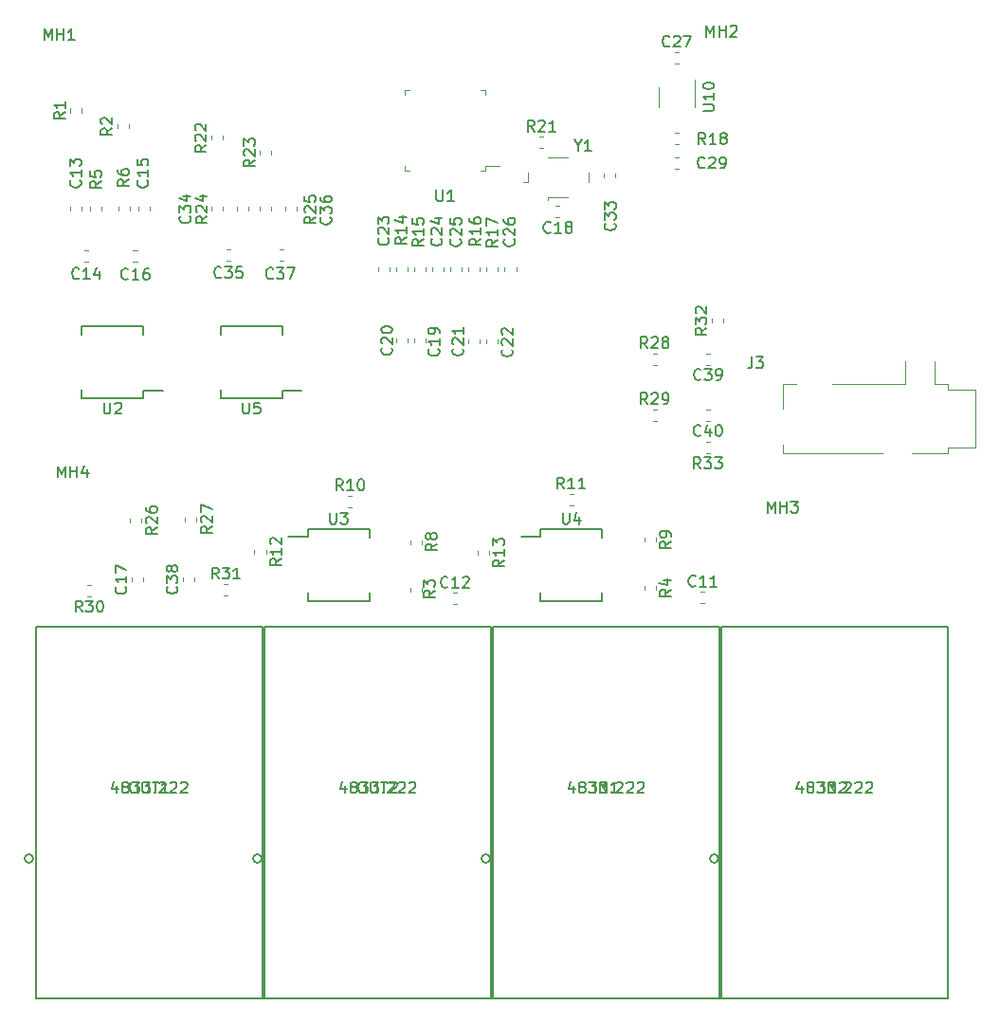
<source format=gbr>
G04 #@! TF.GenerationSoftware,KiCad,Pcbnew,(5.1.5)-3*
G04 #@! TF.CreationDate,2020-08-29T09:18:06-04:00*
G04 #@! TF.ProjectId,AudioBox,41756469-6f42-46f7-982e-6b696361645f,rev?*
G04 #@! TF.SameCoordinates,Original*
G04 #@! TF.FileFunction,Legend,Top*
G04 #@! TF.FilePolarity,Positive*
%FSLAX46Y46*%
G04 Gerber Fmt 4.6, Leading zero omitted, Abs format (unit mm)*
G04 Created by KiCad (PCBNEW (5.1.5)-3) date 2020-08-29 09:18:06*
%MOMM*%
%LPD*%
G04 APERTURE LIST*
%ADD10C,0.120000*%
%ADD11C,0.150000*%
%ADD12C,0.152400*%
G04 APERTURE END LIST*
D10*
X85200000Y-42950000D02*
X85200000Y-43190000D01*
X87000000Y-42950000D02*
X85200000Y-42950000D01*
X85200000Y-39350000D02*
X87000000Y-39350000D01*
X88800000Y-40750000D02*
X88800000Y-41550000D01*
X83400000Y-41550000D02*
X83400000Y-40750000D01*
X83000000Y-41550000D02*
X83400000Y-41550000D01*
D11*
X63750000Y-73250000D02*
X62000000Y-73250000D01*
X63750000Y-79005000D02*
X69250000Y-79005000D01*
X63750000Y-72595000D02*
X69250000Y-72595000D01*
X63750000Y-79005000D02*
X63750000Y-78255000D01*
X69250000Y-79005000D02*
X69250000Y-78255000D01*
X69250000Y-72595000D02*
X69250000Y-73345000D01*
X63750000Y-72595000D02*
X63750000Y-73250000D01*
D10*
X60460000Y-44121267D02*
X60460000Y-43778733D01*
X59440000Y-44121267D02*
X59440000Y-43778733D01*
X58460000Y-44121267D02*
X58460000Y-43778733D01*
X57440000Y-44121267D02*
X57440000Y-43778733D01*
X45360000Y-44121267D02*
X45360000Y-43778733D01*
X44340000Y-44121267D02*
X44340000Y-43778733D01*
X47860000Y-44121267D02*
X47860000Y-43778733D01*
X46840000Y-44121267D02*
X46840000Y-43778733D01*
X61228733Y-48660000D02*
X61571267Y-48660000D01*
X61228733Y-47640000D02*
X61571267Y-47640000D01*
X62760000Y-44121267D02*
X62760000Y-43778733D01*
X61740000Y-44121267D02*
X61740000Y-43778733D01*
X56871267Y-47640000D02*
X56528733Y-47640000D01*
X56871267Y-48660000D02*
X56528733Y-48660000D01*
X56160000Y-44121267D02*
X56160000Y-43778733D01*
X55140000Y-44121267D02*
X55140000Y-43778733D01*
X48153733Y-48710000D02*
X48496267Y-48710000D01*
X48153733Y-47690000D02*
X48496267Y-47690000D01*
X43560000Y-44121267D02*
X43560000Y-43778733D01*
X42540000Y-44121267D02*
X42540000Y-43778733D01*
X44096267Y-47690000D02*
X43753733Y-47690000D01*
X44096267Y-48710000D02*
X43753733Y-48710000D01*
X49660000Y-44121267D02*
X49660000Y-43778733D01*
X48640000Y-44121267D02*
X48640000Y-43778733D01*
X79610000Y-40160000D02*
X80900000Y-40160000D01*
X79610000Y-40610000D02*
X79610000Y-40160000D01*
X79160000Y-40610000D02*
X79610000Y-40610000D01*
X72390000Y-40610000D02*
X72390000Y-40160000D01*
X72840000Y-40610000D02*
X72390000Y-40610000D01*
X79610000Y-33390000D02*
X79610000Y-33840000D01*
X79160000Y-33390000D02*
X79610000Y-33390000D01*
X72390000Y-33390000D02*
X72390000Y-33840000D01*
X72840000Y-33390000D02*
X72390000Y-33390000D01*
X72890000Y-77828733D02*
X72890000Y-78171267D01*
X73910000Y-77828733D02*
X73910000Y-78171267D01*
X76728733Y-79310000D02*
X77071267Y-79310000D01*
X76728733Y-78290000D02*
X77071267Y-78290000D01*
D12*
X100678099Y-114521600D02*
X120921899Y-114521600D01*
X120921899Y-114521600D02*
X120921899Y-81273000D01*
X120921899Y-81273000D02*
X100678099Y-81273000D01*
X100678099Y-81273000D02*
X100678099Y-114521600D01*
X100424099Y-102000000D02*
G75*
G03X100424099Y-102000000I-381000J0D01*
G01*
X59878099Y-114521600D02*
X80121899Y-114521600D01*
X80121899Y-114521600D02*
X80121899Y-81273000D01*
X80121899Y-81273000D02*
X59878099Y-81273000D01*
X59878099Y-81273000D02*
X59878099Y-114521600D01*
X59624099Y-102000000D02*
G75*
G03X59624099Y-102000000I-381000J0D01*
G01*
X39478099Y-114521600D02*
X59721899Y-114521600D01*
X59721899Y-114521600D02*
X59721899Y-81273000D01*
X59721899Y-81273000D02*
X39478099Y-81273000D01*
X39478099Y-81273000D02*
X39478099Y-114521600D01*
X39224099Y-102000000D02*
G75*
G03X39224099Y-102000000I-381000J0D01*
G01*
X80278099Y-114521600D02*
X100521899Y-114521600D01*
X100521899Y-114521600D02*
X100521899Y-81273000D01*
X100521899Y-81273000D02*
X80278099Y-81273000D01*
X80278099Y-81273000D02*
X80278099Y-114521600D01*
X80024099Y-102000000D02*
G75*
G03X80024099Y-102000000I-381000J0D01*
G01*
D10*
X117100000Y-59600000D02*
X117100000Y-57600000D01*
X119700000Y-59600000D02*
X119700000Y-57600000D01*
X110600000Y-59600000D02*
X117100000Y-59600000D01*
X106200000Y-59600000D02*
X107400000Y-59600000D01*
X106200000Y-61850000D02*
X106200000Y-59600000D01*
X106200000Y-65800000D02*
X106200000Y-65050000D01*
X115100000Y-65800000D02*
X106200000Y-65800000D01*
X120900000Y-65800000D02*
X117700000Y-65800000D01*
X120900000Y-65300000D02*
X120900000Y-65800000D01*
X123400000Y-65300000D02*
X120900000Y-65300000D01*
X123400000Y-60100000D02*
X123400000Y-65300000D01*
X120900000Y-60100000D02*
X123400000Y-60100000D01*
X120900000Y-59600000D02*
X120900000Y-60100000D01*
X119700000Y-59600000D02*
X120900000Y-59600000D01*
X98310000Y-34900000D02*
X98310000Y-32450000D01*
X95090000Y-33100000D02*
X95090000Y-34900000D01*
D11*
X61450000Y-60255000D02*
X63200000Y-60255000D01*
X61450000Y-54500000D02*
X55950000Y-54500000D01*
X61450000Y-60910000D02*
X55950000Y-60910000D01*
X61450000Y-54500000D02*
X61450000Y-55250000D01*
X55950000Y-54500000D02*
X55950000Y-55250000D01*
X55950000Y-60910000D02*
X55950000Y-60160000D01*
X61450000Y-60910000D02*
X61450000Y-60255000D01*
X84550000Y-73250000D02*
X82800000Y-73250000D01*
X84550000Y-79005000D02*
X90050000Y-79005000D01*
X84550000Y-72595000D02*
X90050000Y-72595000D01*
X84550000Y-79005000D02*
X84550000Y-78255000D01*
X90050000Y-79005000D02*
X90050000Y-78255000D01*
X90050000Y-72595000D02*
X90050000Y-73345000D01*
X84550000Y-72595000D02*
X84550000Y-73250000D01*
X49050000Y-60255000D02*
X50800000Y-60255000D01*
X49050000Y-54500000D02*
X43550000Y-54500000D01*
X49050000Y-60910000D02*
X43550000Y-60910000D01*
X49050000Y-54500000D02*
X49050000Y-55250000D01*
X43550000Y-54500000D02*
X43550000Y-55250000D01*
X43550000Y-60910000D02*
X43550000Y-60160000D01*
X49050000Y-60910000D02*
X49050000Y-60255000D01*
D10*
X99646267Y-64790000D02*
X99303733Y-64790000D01*
X99646267Y-65810000D02*
X99303733Y-65810000D01*
X100860000Y-54146267D02*
X100860000Y-53803733D01*
X99840000Y-54146267D02*
X99840000Y-53803733D01*
X56253733Y-78510000D02*
X56596267Y-78510000D01*
X56253733Y-77490000D02*
X56596267Y-77490000D01*
X44396267Y-77590000D02*
X44053733Y-77590000D01*
X44396267Y-78610000D02*
X44053733Y-78610000D01*
X94553733Y-62910000D02*
X94896267Y-62910000D01*
X94553733Y-61890000D02*
X94896267Y-61890000D01*
X94553733Y-57910000D02*
X94896267Y-57910000D01*
X94553733Y-56890000D02*
X94896267Y-56890000D01*
X52790000Y-71528733D02*
X52790000Y-71871267D01*
X53810000Y-71528733D02*
X53810000Y-71871267D01*
X47890000Y-71628733D02*
X47890000Y-71971267D01*
X48910000Y-71628733D02*
X48910000Y-71971267D01*
X60510000Y-39146267D02*
X60510000Y-38803733D01*
X59490000Y-39146267D02*
X59490000Y-38803733D01*
X56160000Y-37821267D02*
X56160000Y-37478733D01*
X55140000Y-37821267D02*
X55140000Y-37478733D01*
X84453733Y-38560000D02*
X84796267Y-38560000D01*
X84453733Y-37540000D02*
X84796267Y-37540000D01*
X96871267Y-37190000D02*
X96528733Y-37190000D01*
X96871267Y-38210000D02*
X96528733Y-38210000D01*
X79725710Y-49203733D02*
X79725710Y-49546267D01*
X80745710Y-49203733D02*
X80745710Y-49546267D01*
X78111425Y-49203733D02*
X78111425Y-49546267D01*
X79131425Y-49203733D02*
X79131425Y-49546267D01*
X73240000Y-49203733D02*
X73240000Y-49546267D01*
X74260000Y-49203733D02*
X74260000Y-49546267D01*
X71654285Y-49203733D02*
X71654285Y-49546267D01*
X72674285Y-49203733D02*
X72674285Y-49546267D01*
X78890000Y-74528733D02*
X78890000Y-74871267D01*
X79910000Y-74528733D02*
X79910000Y-74871267D01*
X58990000Y-74428733D02*
X58990000Y-74771267D01*
X60010000Y-74428733D02*
X60010000Y-74771267D01*
X87103733Y-70460000D02*
X87446267Y-70460000D01*
X87103733Y-69440000D02*
X87446267Y-69440000D01*
X67353733Y-70610000D02*
X67696267Y-70610000D01*
X67353733Y-69590000D02*
X67696267Y-69590000D01*
X93790000Y-73353733D02*
X93790000Y-73696267D01*
X94810000Y-73353733D02*
X94810000Y-73696267D01*
X72890000Y-73553733D02*
X72890000Y-73896267D01*
X73910000Y-73553733D02*
X73910000Y-73896267D01*
X93790000Y-77653733D02*
X93790000Y-77996267D01*
X94810000Y-77653733D02*
X94810000Y-77996267D01*
X47760000Y-36796267D02*
X47760000Y-36453733D01*
X46740000Y-36796267D02*
X46740000Y-36453733D01*
X43560000Y-35371267D02*
X43560000Y-35028733D01*
X42540000Y-35371267D02*
X42540000Y-35028733D01*
X99646267Y-61890000D02*
X99303733Y-61890000D01*
X99646267Y-62910000D02*
X99303733Y-62910000D01*
X99671267Y-56890000D02*
X99328733Y-56890000D01*
X99671267Y-57910000D02*
X99328733Y-57910000D01*
X53610000Y-77246267D02*
X53610000Y-76903733D01*
X52590000Y-77246267D02*
X52590000Y-76903733D01*
X91210000Y-41196267D02*
X91210000Y-40853733D01*
X90190000Y-41196267D02*
X90190000Y-40853733D01*
X96528733Y-40410000D02*
X96871267Y-40410000D01*
X96528733Y-39390000D02*
X96871267Y-39390000D01*
X96528733Y-31010000D02*
X96871267Y-31010000D01*
X96528733Y-29990000D02*
X96871267Y-29990000D01*
X81340000Y-49203733D02*
X81340000Y-49546267D01*
X82360000Y-49203733D02*
X82360000Y-49546267D01*
X77517140Y-49546267D02*
X77517140Y-49203733D01*
X76497140Y-49546267D02*
X76497140Y-49203733D01*
X74882855Y-49203733D02*
X74882855Y-49546267D01*
X75902855Y-49203733D02*
X75902855Y-49546267D01*
X71060000Y-49546267D02*
X71060000Y-49203733D01*
X70040000Y-49546267D02*
X70040000Y-49203733D01*
X80745710Y-55996267D02*
X80745710Y-55653733D01*
X79725710Y-55996267D02*
X79725710Y-55653733D01*
X79131425Y-55996267D02*
X79131425Y-55653733D01*
X78111425Y-55996267D02*
X78111425Y-55653733D01*
X74260000Y-55896267D02*
X74260000Y-55553733D01*
X73240000Y-55896267D02*
X73240000Y-55553733D01*
X71654285Y-55553733D02*
X71654285Y-55896267D01*
X72674285Y-55553733D02*
X72674285Y-55896267D01*
X86246267Y-43740000D02*
X85903733Y-43740000D01*
X86246267Y-44760000D02*
X85903733Y-44760000D01*
X49035000Y-77271267D02*
X49035000Y-76928733D01*
X48015000Y-77271267D02*
X48015000Y-76928733D01*
X98853733Y-79210000D02*
X99196267Y-79210000D01*
X98853733Y-78190000D02*
X99196267Y-78190000D01*
D11*
X87873809Y-38326190D02*
X87873809Y-38802380D01*
X87540476Y-37802380D02*
X87873809Y-38326190D01*
X88207142Y-37802380D01*
X89064285Y-38802380D02*
X88492857Y-38802380D01*
X88778571Y-38802380D02*
X88778571Y-37802380D01*
X88683333Y-37945238D01*
X88588095Y-38040476D01*
X88492857Y-38088095D01*
X65738095Y-71122380D02*
X65738095Y-71931904D01*
X65785714Y-72027142D01*
X65833333Y-72074761D01*
X65928571Y-72122380D01*
X66119047Y-72122380D01*
X66214285Y-72074761D01*
X66261904Y-72027142D01*
X66309523Y-71931904D01*
X66309523Y-71122380D01*
X66690476Y-71122380D02*
X67309523Y-71122380D01*
X66976190Y-71503333D01*
X67119047Y-71503333D01*
X67214285Y-71550952D01*
X67261904Y-71598571D01*
X67309523Y-71693809D01*
X67309523Y-71931904D01*
X67261904Y-72027142D01*
X67214285Y-72074761D01*
X67119047Y-72122380D01*
X66833333Y-72122380D01*
X66738095Y-72074761D01*
X66690476Y-72027142D01*
X64452380Y-44692857D02*
X63976190Y-45026190D01*
X64452380Y-45264285D02*
X63452380Y-45264285D01*
X63452380Y-44883333D01*
X63500000Y-44788095D01*
X63547619Y-44740476D01*
X63642857Y-44692857D01*
X63785714Y-44692857D01*
X63880952Y-44740476D01*
X63928571Y-44788095D01*
X63976190Y-44883333D01*
X63976190Y-45264285D01*
X63547619Y-44311904D02*
X63500000Y-44264285D01*
X63452380Y-44169047D01*
X63452380Y-43930952D01*
X63500000Y-43835714D01*
X63547619Y-43788095D01*
X63642857Y-43740476D01*
X63738095Y-43740476D01*
X63880952Y-43788095D01*
X64452380Y-44359523D01*
X64452380Y-43740476D01*
X63452380Y-42835714D02*
X63452380Y-43311904D01*
X63928571Y-43359523D01*
X63880952Y-43311904D01*
X63833333Y-43216666D01*
X63833333Y-42978571D01*
X63880952Y-42883333D01*
X63928571Y-42835714D01*
X64023809Y-42788095D01*
X64261904Y-42788095D01*
X64357142Y-42835714D01*
X64404761Y-42883333D01*
X64452380Y-42978571D01*
X64452380Y-43216666D01*
X64404761Y-43311904D01*
X64357142Y-43359523D01*
X54752380Y-44642857D02*
X54276190Y-44976190D01*
X54752380Y-45214285D02*
X53752380Y-45214285D01*
X53752380Y-44833333D01*
X53800000Y-44738095D01*
X53847619Y-44690476D01*
X53942857Y-44642857D01*
X54085714Y-44642857D01*
X54180952Y-44690476D01*
X54228571Y-44738095D01*
X54276190Y-44833333D01*
X54276190Y-45214285D01*
X53847619Y-44261904D02*
X53800000Y-44214285D01*
X53752380Y-44119047D01*
X53752380Y-43880952D01*
X53800000Y-43785714D01*
X53847619Y-43738095D01*
X53942857Y-43690476D01*
X54038095Y-43690476D01*
X54180952Y-43738095D01*
X54752380Y-44309523D01*
X54752380Y-43690476D01*
X54085714Y-42833333D02*
X54752380Y-42833333D01*
X53704761Y-43071428D02*
X54419047Y-43309523D01*
X54419047Y-42690476D01*
X45302380Y-41516666D02*
X44826190Y-41850000D01*
X45302380Y-42088095D02*
X44302380Y-42088095D01*
X44302380Y-41707142D01*
X44350000Y-41611904D01*
X44397619Y-41564285D01*
X44492857Y-41516666D01*
X44635714Y-41516666D01*
X44730952Y-41564285D01*
X44778571Y-41611904D01*
X44826190Y-41707142D01*
X44826190Y-42088095D01*
X44302380Y-40611904D02*
X44302380Y-41088095D01*
X44778571Y-41135714D01*
X44730952Y-41088095D01*
X44683333Y-40992857D01*
X44683333Y-40754761D01*
X44730952Y-40659523D01*
X44778571Y-40611904D01*
X44873809Y-40564285D01*
X45111904Y-40564285D01*
X45207142Y-40611904D01*
X45254761Y-40659523D01*
X45302380Y-40754761D01*
X45302380Y-40992857D01*
X45254761Y-41088095D01*
X45207142Y-41135714D01*
X47752380Y-41366666D02*
X47276190Y-41700000D01*
X47752380Y-41938095D02*
X46752380Y-41938095D01*
X46752380Y-41557142D01*
X46800000Y-41461904D01*
X46847619Y-41414285D01*
X46942857Y-41366666D01*
X47085714Y-41366666D01*
X47180952Y-41414285D01*
X47228571Y-41461904D01*
X47276190Y-41557142D01*
X47276190Y-41938095D01*
X46752380Y-40509523D02*
X46752380Y-40700000D01*
X46800000Y-40795238D01*
X46847619Y-40842857D01*
X46990476Y-40938095D01*
X47180952Y-40985714D01*
X47561904Y-40985714D01*
X47657142Y-40938095D01*
X47704761Y-40890476D01*
X47752380Y-40795238D01*
X47752380Y-40604761D01*
X47704761Y-40509523D01*
X47657142Y-40461904D01*
X47561904Y-40414285D01*
X47323809Y-40414285D01*
X47228571Y-40461904D01*
X47180952Y-40509523D01*
X47133333Y-40604761D01*
X47133333Y-40795238D01*
X47180952Y-40890476D01*
X47228571Y-40938095D01*
X47323809Y-40985714D01*
X60657142Y-50157142D02*
X60609523Y-50204761D01*
X60466666Y-50252380D01*
X60371428Y-50252380D01*
X60228571Y-50204761D01*
X60133333Y-50109523D01*
X60085714Y-50014285D01*
X60038095Y-49823809D01*
X60038095Y-49680952D01*
X60085714Y-49490476D01*
X60133333Y-49395238D01*
X60228571Y-49300000D01*
X60371428Y-49252380D01*
X60466666Y-49252380D01*
X60609523Y-49300000D01*
X60657142Y-49347619D01*
X60990476Y-49252380D02*
X61609523Y-49252380D01*
X61276190Y-49633333D01*
X61419047Y-49633333D01*
X61514285Y-49680952D01*
X61561904Y-49728571D01*
X61609523Y-49823809D01*
X61609523Y-50061904D01*
X61561904Y-50157142D01*
X61514285Y-50204761D01*
X61419047Y-50252380D01*
X61133333Y-50252380D01*
X61038095Y-50204761D01*
X60990476Y-50157142D01*
X61942857Y-49252380D02*
X62609523Y-49252380D01*
X62180952Y-50252380D01*
X65757142Y-44742857D02*
X65804761Y-44790476D01*
X65852380Y-44933333D01*
X65852380Y-45028571D01*
X65804761Y-45171428D01*
X65709523Y-45266666D01*
X65614285Y-45314285D01*
X65423809Y-45361904D01*
X65280952Y-45361904D01*
X65090476Y-45314285D01*
X64995238Y-45266666D01*
X64900000Y-45171428D01*
X64852380Y-45028571D01*
X64852380Y-44933333D01*
X64900000Y-44790476D01*
X64947619Y-44742857D01*
X64852380Y-44409523D02*
X64852380Y-43790476D01*
X65233333Y-44123809D01*
X65233333Y-43980952D01*
X65280952Y-43885714D01*
X65328571Y-43838095D01*
X65423809Y-43790476D01*
X65661904Y-43790476D01*
X65757142Y-43838095D01*
X65804761Y-43885714D01*
X65852380Y-43980952D01*
X65852380Y-44266666D01*
X65804761Y-44361904D01*
X65757142Y-44409523D01*
X64852380Y-42933333D02*
X64852380Y-43123809D01*
X64900000Y-43219047D01*
X64947619Y-43266666D01*
X65090476Y-43361904D01*
X65280952Y-43409523D01*
X65661904Y-43409523D01*
X65757142Y-43361904D01*
X65804761Y-43314285D01*
X65852380Y-43219047D01*
X65852380Y-43028571D01*
X65804761Y-42933333D01*
X65757142Y-42885714D01*
X65661904Y-42838095D01*
X65423809Y-42838095D01*
X65328571Y-42885714D01*
X65280952Y-42933333D01*
X65233333Y-43028571D01*
X65233333Y-43219047D01*
X65280952Y-43314285D01*
X65328571Y-43361904D01*
X65423809Y-43409523D01*
X56007142Y-50057142D02*
X55959523Y-50104761D01*
X55816666Y-50152380D01*
X55721428Y-50152380D01*
X55578571Y-50104761D01*
X55483333Y-50009523D01*
X55435714Y-49914285D01*
X55388095Y-49723809D01*
X55388095Y-49580952D01*
X55435714Y-49390476D01*
X55483333Y-49295238D01*
X55578571Y-49200000D01*
X55721428Y-49152380D01*
X55816666Y-49152380D01*
X55959523Y-49200000D01*
X56007142Y-49247619D01*
X56340476Y-49152380D02*
X56959523Y-49152380D01*
X56626190Y-49533333D01*
X56769047Y-49533333D01*
X56864285Y-49580952D01*
X56911904Y-49628571D01*
X56959523Y-49723809D01*
X56959523Y-49961904D01*
X56911904Y-50057142D01*
X56864285Y-50104761D01*
X56769047Y-50152380D01*
X56483333Y-50152380D01*
X56388095Y-50104761D01*
X56340476Y-50057142D01*
X57864285Y-49152380D02*
X57388095Y-49152380D01*
X57340476Y-49628571D01*
X57388095Y-49580952D01*
X57483333Y-49533333D01*
X57721428Y-49533333D01*
X57816666Y-49580952D01*
X57864285Y-49628571D01*
X57911904Y-49723809D01*
X57911904Y-49961904D01*
X57864285Y-50057142D01*
X57816666Y-50104761D01*
X57721428Y-50152380D01*
X57483333Y-50152380D01*
X57388095Y-50104761D01*
X57340476Y-50057142D01*
X53207142Y-44642857D02*
X53254761Y-44690476D01*
X53302380Y-44833333D01*
X53302380Y-44928571D01*
X53254761Y-45071428D01*
X53159523Y-45166666D01*
X53064285Y-45214285D01*
X52873809Y-45261904D01*
X52730952Y-45261904D01*
X52540476Y-45214285D01*
X52445238Y-45166666D01*
X52350000Y-45071428D01*
X52302380Y-44928571D01*
X52302380Y-44833333D01*
X52350000Y-44690476D01*
X52397619Y-44642857D01*
X52302380Y-44309523D02*
X52302380Y-43690476D01*
X52683333Y-44023809D01*
X52683333Y-43880952D01*
X52730952Y-43785714D01*
X52778571Y-43738095D01*
X52873809Y-43690476D01*
X53111904Y-43690476D01*
X53207142Y-43738095D01*
X53254761Y-43785714D01*
X53302380Y-43880952D01*
X53302380Y-44166666D01*
X53254761Y-44261904D01*
X53207142Y-44309523D01*
X52635714Y-42833333D02*
X53302380Y-42833333D01*
X52254761Y-43071428D02*
X52969047Y-43309523D01*
X52969047Y-42690476D01*
X47707142Y-50207142D02*
X47659523Y-50254761D01*
X47516666Y-50302380D01*
X47421428Y-50302380D01*
X47278571Y-50254761D01*
X47183333Y-50159523D01*
X47135714Y-50064285D01*
X47088095Y-49873809D01*
X47088095Y-49730952D01*
X47135714Y-49540476D01*
X47183333Y-49445238D01*
X47278571Y-49350000D01*
X47421428Y-49302380D01*
X47516666Y-49302380D01*
X47659523Y-49350000D01*
X47707142Y-49397619D01*
X48659523Y-50302380D02*
X48088095Y-50302380D01*
X48373809Y-50302380D02*
X48373809Y-49302380D01*
X48278571Y-49445238D01*
X48183333Y-49540476D01*
X48088095Y-49588095D01*
X49516666Y-49302380D02*
X49326190Y-49302380D01*
X49230952Y-49350000D01*
X49183333Y-49397619D01*
X49088095Y-49540476D01*
X49040476Y-49730952D01*
X49040476Y-50111904D01*
X49088095Y-50207142D01*
X49135714Y-50254761D01*
X49230952Y-50302380D01*
X49421428Y-50302380D01*
X49516666Y-50254761D01*
X49564285Y-50207142D01*
X49611904Y-50111904D01*
X49611904Y-49873809D01*
X49564285Y-49778571D01*
X49516666Y-49730952D01*
X49421428Y-49683333D01*
X49230952Y-49683333D01*
X49135714Y-49730952D01*
X49088095Y-49778571D01*
X49040476Y-49873809D01*
X43407142Y-41442857D02*
X43454761Y-41490476D01*
X43502380Y-41633333D01*
X43502380Y-41728571D01*
X43454761Y-41871428D01*
X43359523Y-41966666D01*
X43264285Y-42014285D01*
X43073809Y-42061904D01*
X42930952Y-42061904D01*
X42740476Y-42014285D01*
X42645238Y-41966666D01*
X42550000Y-41871428D01*
X42502380Y-41728571D01*
X42502380Y-41633333D01*
X42550000Y-41490476D01*
X42597619Y-41442857D01*
X43502380Y-40490476D02*
X43502380Y-41061904D01*
X43502380Y-40776190D02*
X42502380Y-40776190D01*
X42645238Y-40871428D01*
X42740476Y-40966666D01*
X42788095Y-41061904D01*
X42502380Y-40157142D02*
X42502380Y-39538095D01*
X42883333Y-39871428D01*
X42883333Y-39728571D01*
X42930952Y-39633333D01*
X42978571Y-39585714D01*
X43073809Y-39538095D01*
X43311904Y-39538095D01*
X43407142Y-39585714D01*
X43454761Y-39633333D01*
X43502380Y-39728571D01*
X43502380Y-40014285D01*
X43454761Y-40109523D01*
X43407142Y-40157142D01*
X43307142Y-50157142D02*
X43259523Y-50204761D01*
X43116666Y-50252380D01*
X43021428Y-50252380D01*
X42878571Y-50204761D01*
X42783333Y-50109523D01*
X42735714Y-50014285D01*
X42688095Y-49823809D01*
X42688095Y-49680952D01*
X42735714Y-49490476D01*
X42783333Y-49395238D01*
X42878571Y-49300000D01*
X43021428Y-49252380D01*
X43116666Y-49252380D01*
X43259523Y-49300000D01*
X43307142Y-49347619D01*
X44259523Y-50252380D02*
X43688095Y-50252380D01*
X43973809Y-50252380D02*
X43973809Y-49252380D01*
X43878571Y-49395238D01*
X43783333Y-49490476D01*
X43688095Y-49538095D01*
X45116666Y-49585714D02*
X45116666Y-50252380D01*
X44878571Y-49204761D02*
X44640476Y-49919047D01*
X45259523Y-49919047D01*
X49407142Y-41442857D02*
X49454761Y-41490476D01*
X49502380Y-41633333D01*
X49502380Y-41728571D01*
X49454761Y-41871428D01*
X49359523Y-41966666D01*
X49264285Y-42014285D01*
X49073809Y-42061904D01*
X48930952Y-42061904D01*
X48740476Y-42014285D01*
X48645238Y-41966666D01*
X48550000Y-41871428D01*
X48502380Y-41728571D01*
X48502380Y-41633333D01*
X48550000Y-41490476D01*
X48597619Y-41442857D01*
X49502380Y-40490476D02*
X49502380Y-41061904D01*
X49502380Y-40776190D02*
X48502380Y-40776190D01*
X48645238Y-40871428D01*
X48740476Y-40966666D01*
X48788095Y-41061904D01*
X48502380Y-39585714D02*
X48502380Y-40061904D01*
X48978571Y-40109523D01*
X48930952Y-40061904D01*
X48883333Y-39966666D01*
X48883333Y-39728571D01*
X48930952Y-39633333D01*
X48978571Y-39585714D01*
X49073809Y-39538095D01*
X49311904Y-39538095D01*
X49407142Y-39585714D01*
X49454761Y-39633333D01*
X49502380Y-39728571D01*
X49502380Y-39966666D01*
X49454761Y-40061904D01*
X49407142Y-40109523D01*
X75238095Y-42302380D02*
X75238095Y-43111904D01*
X75285714Y-43207142D01*
X75333333Y-43254761D01*
X75428571Y-43302380D01*
X75619047Y-43302380D01*
X75714285Y-43254761D01*
X75761904Y-43207142D01*
X75809523Y-43111904D01*
X75809523Y-42302380D01*
X76809523Y-43302380D02*
X76238095Y-43302380D01*
X76523809Y-43302380D02*
X76523809Y-42302380D01*
X76428571Y-42445238D01*
X76333333Y-42540476D01*
X76238095Y-42588095D01*
X41416666Y-67952380D02*
X41416666Y-66952380D01*
X41750000Y-67666666D01*
X42083333Y-66952380D01*
X42083333Y-67952380D01*
X42559523Y-67952380D02*
X42559523Y-66952380D01*
X42559523Y-67428571D02*
X43130952Y-67428571D01*
X43130952Y-67952380D02*
X43130952Y-66952380D01*
X44035714Y-67285714D02*
X44035714Y-67952380D01*
X43797619Y-66904761D02*
X43559523Y-67619047D01*
X44178571Y-67619047D01*
X104816666Y-71102380D02*
X104816666Y-70102380D01*
X105150000Y-70816666D01*
X105483333Y-70102380D01*
X105483333Y-71102380D01*
X105959523Y-71102380D02*
X105959523Y-70102380D01*
X105959523Y-70578571D02*
X106530952Y-70578571D01*
X106530952Y-71102380D02*
X106530952Y-70102380D01*
X106911904Y-70102380D02*
X107530952Y-70102380D01*
X107197619Y-70483333D01*
X107340476Y-70483333D01*
X107435714Y-70530952D01*
X107483333Y-70578571D01*
X107530952Y-70673809D01*
X107530952Y-70911904D01*
X107483333Y-71007142D01*
X107435714Y-71054761D01*
X107340476Y-71102380D01*
X107054761Y-71102380D01*
X106959523Y-71054761D01*
X106911904Y-71007142D01*
X99366666Y-28602380D02*
X99366666Y-27602380D01*
X99700000Y-28316666D01*
X100033333Y-27602380D01*
X100033333Y-28602380D01*
X100509523Y-28602380D02*
X100509523Y-27602380D01*
X100509523Y-28078571D02*
X101080952Y-28078571D01*
X101080952Y-28602380D02*
X101080952Y-27602380D01*
X101509523Y-27697619D02*
X101557142Y-27650000D01*
X101652380Y-27602380D01*
X101890476Y-27602380D01*
X101985714Y-27650000D01*
X102033333Y-27697619D01*
X102080952Y-27792857D01*
X102080952Y-27888095D01*
X102033333Y-28030952D01*
X101461904Y-28602380D01*
X102080952Y-28602380D01*
X40216666Y-28902380D02*
X40216666Y-27902380D01*
X40550000Y-28616666D01*
X40883333Y-27902380D01*
X40883333Y-28902380D01*
X41359523Y-28902380D02*
X41359523Y-27902380D01*
X41359523Y-28378571D02*
X41930952Y-28378571D01*
X41930952Y-28902380D02*
X41930952Y-27902380D01*
X42930952Y-28902380D02*
X42359523Y-28902380D01*
X42645238Y-28902380D02*
X42645238Y-27902380D01*
X42550000Y-28045238D01*
X42454761Y-28140476D01*
X42359523Y-28188095D01*
X75102380Y-78066666D02*
X74626190Y-78400000D01*
X75102380Y-78638095D02*
X74102380Y-78638095D01*
X74102380Y-78257142D01*
X74150000Y-78161904D01*
X74197619Y-78114285D01*
X74292857Y-78066666D01*
X74435714Y-78066666D01*
X74530952Y-78114285D01*
X74578571Y-78161904D01*
X74626190Y-78257142D01*
X74626190Y-78638095D01*
X74102380Y-77733333D02*
X74102380Y-77114285D01*
X74483333Y-77447619D01*
X74483333Y-77304761D01*
X74530952Y-77209523D01*
X74578571Y-77161904D01*
X74673809Y-77114285D01*
X74911904Y-77114285D01*
X75007142Y-77161904D01*
X75054761Y-77209523D01*
X75102380Y-77304761D01*
X75102380Y-77590476D01*
X75054761Y-77685714D01*
X75007142Y-77733333D01*
X76257142Y-77727142D02*
X76209523Y-77774761D01*
X76066666Y-77822380D01*
X75971428Y-77822380D01*
X75828571Y-77774761D01*
X75733333Y-77679523D01*
X75685714Y-77584285D01*
X75638095Y-77393809D01*
X75638095Y-77250952D01*
X75685714Y-77060476D01*
X75733333Y-76965238D01*
X75828571Y-76870000D01*
X75971428Y-76822380D01*
X76066666Y-76822380D01*
X76209523Y-76870000D01*
X76257142Y-76917619D01*
X77209523Y-77822380D02*
X76638095Y-77822380D01*
X76923809Y-77822380D02*
X76923809Y-76822380D01*
X76828571Y-76965238D01*
X76733333Y-77060476D01*
X76638095Y-77108095D01*
X77590476Y-76917619D02*
X77638095Y-76870000D01*
X77733333Y-76822380D01*
X77971428Y-76822380D01*
X78066666Y-76870000D01*
X78114285Y-76917619D01*
X78161904Y-77012857D01*
X78161904Y-77108095D01*
X78114285Y-77250952D01*
X77542857Y-77822380D01*
X78161904Y-77822380D01*
X109799999Y-96152380D02*
X109799999Y-95152380D01*
X110276189Y-96152380D02*
X110276189Y-95152380D01*
X110847618Y-96152380D01*
X110847618Y-95152380D01*
X111276189Y-95247619D02*
X111323808Y-95200000D01*
X111419046Y-95152380D01*
X111657141Y-95152380D01*
X111752379Y-95200000D01*
X111799999Y-95247619D01*
X111847618Y-95342857D01*
X111847618Y-95438095D01*
X111799999Y-95580952D01*
X111228570Y-96152380D01*
X111847618Y-96152380D01*
X107895237Y-95485714D02*
X107895237Y-96152380D01*
X107657141Y-95104761D02*
X107419046Y-95819047D01*
X108038094Y-95819047D01*
X108561903Y-95580952D02*
X108466665Y-95533333D01*
X108419046Y-95485714D01*
X108371427Y-95390476D01*
X108371427Y-95342857D01*
X108419046Y-95247619D01*
X108466665Y-95200000D01*
X108561903Y-95152380D01*
X108752379Y-95152380D01*
X108847618Y-95200000D01*
X108895237Y-95247619D01*
X108942856Y-95342857D01*
X108942856Y-95390476D01*
X108895237Y-95485714D01*
X108847618Y-95533333D01*
X108752379Y-95580952D01*
X108561903Y-95580952D01*
X108466665Y-95628571D01*
X108419046Y-95676190D01*
X108371427Y-95771428D01*
X108371427Y-95961904D01*
X108419046Y-96057142D01*
X108466665Y-96104761D01*
X108561903Y-96152380D01*
X108752379Y-96152380D01*
X108847618Y-96104761D01*
X108895237Y-96057142D01*
X108942856Y-95961904D01*
X108942856Y-95771428D01*
X108895237Y-95676190D01*
X108847618Y-95628571D01*
X108752379Y-95580952D01*
X109276189Y-95152380D02*
X109895237Y-95152380D01*
X109561903Y-95533333D01*
X109704760Y-95533333D01*
X109799999Y-95580952D01*
X109847618Y-95628571D01*
X109895237Y-95723809D01*
X109895237Y-95961904D01*
X109847618Y-96057142D01*
X109799999Y-96104761D01*
X109704760Y-96152380D01*
X109419046Y-96152380D01*
X109323808Y-96104761D01*
X109276189Y-96057142D01*
X110228570Y-95152380D02*
X110847618Y-95152380D01*
X110514284Y-95533333D01*
X110657141Y-95533333D01*
X110752379Y-95580952D01*
X110799999Y-95628571D01*
X110847618Y-95723809D01*
X110847618Y-95961904D01*
X110799999Y-96057142D01*
X110752379Y-96104761D01*
X110657141Y-96152380D01*
X110371427Y-96152380D01*
X110276189Y-96104761D01*
X110228570Y-96057142D01*
X111276189Y-96057142D02*
X111323808Y-96104761D01*
X111276189Y-96152380D01*
X111228570Y-96104761D01*
X111276189Y-96057142D01*
X111276189Y-96152380D01*
X111704760Y-95247619D02*
X111752379Y-95200000D01*
X111847618Y-95152380D01*
X112085713Y-95152380D01*
X112180951Y-95200000D01*
X112228570Y-95247619D01*
X112276189Y-95342857D01*
X112276189Y-95438095D01*
X112228570Y-95580952D01*
X111657141Y-96152380D01*
X112276189Y-96152380D01*
X112657141Y-95247619D02*
X112704760Y-95200000D01*
X112799999Y-95152380D01*
X113038094Y-95152380D01*
X113133332Y-95200000D01*
X113180951Y-95247619D01*
X113228570Y-95342857D01*
X113228570Y-95438095D01*
X113180951Y-95580952D01*
X112609522Y-96152380D01*
X113228570Y-96152380D01*
X113609522Y-95247619D02*
X113657141Y-95200000D01*
X113752379Y-95152380D01*
X113990475Y-95152380D01*
X114085713Y-95200000D01*
X114133332Y-95247619D01*
X114180951Y-95342857D01*
X114180951Y-95438095D01*
X114133332Y-95580952D01*
X113561903Y-96152380D01*
X114180951Y-96152380D01*
X68523808Y-95152380D02*
X68714284Y-95152380D01*
X68809522Y-95200000D01*
X68904760Y-95295238D01*
X68952379Y-95485714D01*
X68952379Y-95819047D01*
X68904760Y-96009523D01*
X68809522Y-96104761D01*
X68714284Y-96152380D01*
X68523808Y-96152380D01*
X68428570Y-96104761D01*
X68333332Y-96009523D01*
X68285713Y-95819047D01*
X68285713Y-95485714D01*
X68333332Y-95295238D01*
X68428570Y-95200000D01*
X68523808Y-95152380D01*
X69380951Y-95152380D02*
X69380951Y-95961904D01*
X69428570Y-96057142D01*
X69476189Y-96104761D01*
X69571427Y-96152380D01*
X69761903Y-96152380D01*
X69857141Y-96104761D01*
X69904760Y-96057142D01*
X69952379Y-95961904D01*
X69952379Y-95152380D01*
X70285713Y-95152380D02*
X70857141Y-95152380D01*
X70571427Y-96152380D02*
X70571427Y-95152380D01*
X71142856Y-95247619D02*
X71190475Y-95200000D01*
X71285713Y-95152380D01*
X71523808Y-95152380D01*
X71619046Y-95200000D01*
X71666665Y-95247619D01*
X71714284Y-95342857D01*
X71714284Y-95438095D01*
X71666665Y-95580952D01*
X71095237Y-96152380D01*
X71714284Y-96152380D01*
X67095237Y-95485714D02*
X67095237Y-96152380D01*
X66857141Y-95104761D02*
X66619046Y-95819047D01*
X67238094Y-95819047D01*
X67761903Y-95580952D02*
X67666665Y-95533333D01*
X67619046Y-95485714D01*
X67571427Y-95390476D01*
X67571427Y-95342857D01*
X67619046Y-95247619D01*
X67666665Y-95200000D01*
X67761903Y-95152380D01*
X67952379Y-95152380D01*
X68047618Y-95200000D01*
X68095237Y-95247619D01*
X68142856Y-95342857D01*
X68142856Y-95390476D01*
X68095237Y-95485714D01*
X68047618Y-95533333D01*
X67952379Y-95580952D01*
X67761903Y-95580952D01*
X67666665Y-95628571D01*
X67619046Y-95676190D01*
X67571427Y-95771428D01*
X67571427Y-95961904D01*
X67619046Y-96057142D01*
X67666665Y-96104761D01*
X67761903Y-96152380D01*
X67952379Y-96152380D01*
X68047618Y-96104761D01*
X68095237Y-96057142D01*
X68142856Y-95961904D01*
X68142856Y-95771428D01*
X68095237Y-95676190D01*
X68047618Y-95628571D01*
X67952379Y-95580952D01*
X68476189Y-95152380D02*
X69095237Y-95152380D01*
X68761903Y-95533333D01*
X68904760Y-95533333D01*
X68999999Y-95580952D01*
X69047618Y-95628571D01*
X69095237Y-95723809D01*
X69095237Y-95961904D01*
X69047618Y-96057142D01*
X68999999Y-96104761D01*
X68904760Y-96152380D01*
X68619046Y-96152380D01*
X68523808Y-96104761D01*
X68476189Y-96057142D01*
X69428570Y-95152380D02*
X70047618Y-95152380D01*
X69714284Y-95533333D01*
X69857141Y-95533333D01*
X69952379Y-95580952D01*
X69999999Y-95628571D01*
X70047618Y-95723809D01*
X70047618Y-95961904D01*
X69999999Y-96057142D01*
X69952379Y-96104761D01*
X69857141Y-96152380D01*
X69571427Y-96152380D01*
X69476189Y-96104761D01*
X69428570Y-96057142D01*
X70476189Y-96057142D02*
X70523808Y-96104761D01*
X70476189Y-96152380D01*
X70428570Y-96104761D01*
X70476189Y-96057142D01*
X70476189Y-96152380D01*
X70904760Y-95247619D02*
X70952379Y-95200000D01*
X71047618Y-95152380D01*
X71285713Y-95152380D01*
X71380951Y-95200000D01*
X71428570Y-95247619D01*
X71476189Y-95342857D01*
X71476189Y-95438095D01*
X71428570Y-95580952D01*
X70857141Y-96152380D01*
X71476189Y-96152380D01*
X71857141Y-95247619D02*
X71904760Y-95200000D01*
X71999999Y-95152380D01*
X72238094Y-95152380D01*
X72333332Y-95200000D01*
X72380951Y-95247619D01*
X72428570Y-95342857D01*
X72428570Y-95438095D01*
X72380951Y-95580952D01*
X71809522Y-96152380D01*
X72428570Y-96152380D01*
X72809522Y-95247619D02*
X72857141Y-95200000D01*
X72952379Y-95152380D01*
X73190475Y-95152380D01*
X73285713Y-95200000D01*
X73333332Y-95247619D01*
X73380951Y-95342857D01*
X73380951Y-95438095D01*
X73333332Y-95580952D01*
X72761903Y-96152380D01*
X73380951Y-96152380D01*
X48123808Y-95152380D02*
X48314284Y-95152380D01*
X48409522Y-95200000D01*
X48504760Y-95295238D01*
X48552379Y-95485714D01*
X48552379Y-95819047D01*
X48504760Y-96009523D01*
X48409522Y-96104761D01*
X48314284Y-96152380D01*
X48123808Y-96152380D01*
X48028570Y-96104761D01*
X47933332Y-96009523D01*
X47885713Y-95819047D01*
X47885713Y-95485714D01*
X47933332Y-95295238D01*
X48028570Y-95200000D01*
X48123808Y-95152380D01*
X48980951Y-95152380D02*
X48980951Y-95961904D01*
X49028570Y-96057142D01*
X49076189Y-96104761D01*
X49171427Y-96152380D01*
X49361903Y-96152380D01*
X49457141Y-96104761D01*
X49504760Y-96057142D01*
X49552379Y-95961904D01*
X49552379Y-95152380D01*
X49885713Y-95152380D02*
X50457141Y-95152380D01*
X50171427Y-96152380D02*
X50171427Y-95152380D01*
X51314284Y-96152380D02*
X50742856Y-96152380D01*
X51028570Y-96152380D02*
X51028570Y-95152380D01*
X50933332Y-95295238D01*
X50838094Y-95390476D01*
X50742856Y-95438095D01*
X46695237Y-95485714D02*
X46695237Y-96152380D01*
X46457141Y-95104761D02*
X46219046Y-95819047D01*
X46838094Y-95819047D01*
X47361903Y-95580952D02*
X47266665Y-95533333D01*
X47219046Y-95485714D01*
X47171427Y-95390476D01*
X47171427Y-95342857D01*
X47219046Y-95247619D01*
X47266665Y-95200000D01*
X47361903Y-95152380D01*
X47552379Y-95152380D01*
X47647618Y-95200000D01*
X47695237Y-95247619D01*
X47742856Y-95342857D01*
X47742856Y-95390476D01*
X47695237Y-95485714D01*
X47647618Y-95533333D01*
X47552379Y-95580952D01*
X47361903Y-95580952D01*
X47266665Y-95628571D01*
X47219046Y-95676190D01*
X47171427Y-95771428D01*
X47171427Y-95961904D01*
X47219046Y-96057142D01*
X47266665Y-96104761D01*
X47361903Y-96152380D01*
X47552379Y-96152380D01*
X47647618Y-96104761D01*
X47695237Y-96057142D01*
X47742856Y-95961904D01*
X47742856Y-95771428D01*
X47695237Y-95676190D01*
X47647618Y-95628571D01*
X47552379Y-95580952D01*
X48076189Y-95152380D02*
X48695237Y-95152380D01*
X48361903Y-95533333D01*
X48504760Y-95533333D01*
X48599999Y-95580952D01*
X48647618Y-95628571D01*
X48695237Y-95723809D01*
X48695237Y-95961904D01*
X48647618Y-96057142D01*
X48599999Y-96104761D01*
X48504760Y-96152380D01*
X48219046Y-96152380D01*
X48123808Y-96104761D01*
X48076189Y-96057142D01*
X49028570Y-95152380D02*
X49647618Y-95152380D01*
X49314284Y-95533333D01*
X49457141Y-95533333D01*
X49552379Y-95580952D01*
X49599999Y-95628571D01*
X49647618Y-95723809D01*
X49647618Y-95961904D01*
X49599999Y-96057142D01*
X49552379Y-96104761D01*
X49457141Y-96152380D01*
X49171427Y-96152380D01*
X49076189Y-96104761D01*
X49028570Y-96057142D01*
X50076189Y-96057142D02*
X50123808Y-96104761D01*
X50076189Y-96152380D01*
X50028570Y-96104761D01*
X50076189Y-96057142D01*
X50076189Y-96152380D01*
X50504760Y-95247619D02*
X50552379Y-95200000D01*
X50647618Y-95152380D01*
X50885713Y-95152380D01*
X50980951Y-95200000D01*
X51028570Y-95247619D01*
X51076189Y-95342857D01*
X51076189Y-95438095D01*
X51028570Y-95580952D01*
X50457141Y-96152380D01*
X51076189Y-96152380D01*
X51457141Y-95247619D02*
X51504760Y-95200000D01*
X51599999Y-95152380D01*
X51838094Y-95152380D01*
X51933332Y-95200000D01*
X51980951Y-95247619D01*
X52028570Y-95342857D01*
X52028570Y-95438095D01*
X51980951Y-95580952D01*
X51409522Y-96152380D01*
X52028570Y-96152380D01*
X52409522Y-95247619D02*
X52457141Y-95200000D01*
X52552379Y-95152380D01*
X52790475Y-95152380D01*
X52885713Y-95200000D01*
X52933332Y-95247619D01*
X52980951Y-95342857D01*
X52980951Y-95438095D01*
X52933332Y-95580952D01*
X52361903Y-96152380D01*
X52980951Y-96152380D01*
X89399999Y-96152380D02*
X89399999Y-95152380D01*
X89876189Y-96152380D02*
X89876189Y-95152380D01*
X90447618Y-96152380D01*
X90447618Y-95152380D01*
X91447618Y-96152380D02*
X90876189Y-96152380D01*
X91161903Y-96152380D02*
X91161903Y-95152380D01*
X91066665Y-95295238D01*
X90971427Y-95390476D01*
X90876189Y-95438095D01*
X87495237Y-95485714D02*
X87495237Y-96152380D01*
X87257141Y-95104761D02*
X87019046Y-95819047D01*
X87638094Y-95819047D01*
X88161903Y-95580952D02*
X88066665Y-95533333D01*
X88019046Y-95485714D01*
X87971427Y-95390476D01*
X87971427Y-95342857D01*
X88019046Y-95247619D01*
X88066665Y-95200000D01*
X88161903Y-95152380D01*
X88352379Y-95152380D01*
X88447618Y-95200000D01*
X88495237Y-95247619D01*
X88542856Y-95342857D01*
X88542856Y-95390476D01*
X88495237Y-95485714D01*
X88447618Y-95533333D01*
X88352379Y-95580952D01*
X88161903Y-95580952D01*
X88066665Y-95628571D01*
X88019046Y-95676190D01*
X87971427Y-95771428D01*
X87971427Y-95961904D01*
X88019046Y-96057142D01*
X88066665Y-96104761D01*
X88161903Y-96152380D01*
X88352379Y-96152380D01*
X88447618Y-96104761D01*
X88495237Y-96057142D01*
X88542856Y-95961904D01*
X88542856Y-95771428D01*
X88495237Y-95676190D01*
X88447618Y-95628571D01*
X88352379Y-95580952D01*
X88876189Y-95152380D02*
X89495237Y-95152380D01*
X89161903Y-95533333D01*
X89304760Y-95533333D01*
X89399999Y-95580952D01*
X89447618Y-95628571D01*
X89495237Y-95723809D01*
X89495237Y-95961904D01*
X89447618Y-96057142D01*
X89399999Y-96104761D01*
X89304760Y-96152380D01*
X89019046Y-96152380D01*
X88923808Y-96104761D01*
X88876189Y-96057142D01*
X89828570Y-95152380D02*
X90447618Y-95152380D01*
X90114284Y-95533333D01*
X90257141Y-95533333D01*
X90352379Y-95580952D01*
X90399999Y-95628571D01*
X90447618Y-95723809D01*
X90447618Y-95961904D01*
X90399999Y-96057142D01*
X90352379Y-96104761D01*
X90257141Y-96152380D01*
X89971427Y-96152380D01*
X89876189Y-96104761D01*
X89828570Y-96057142D01*
X90876189Y-96057142D02*
X90923808Y-96104761D01*
X90876189Y-96152380D01*
X90828570Y-96104761D01*
X90876189Y-96057142D01*
X90876189Y-96152380D01*
X91304760Y-95247619D02*
X91352379Y-95200000D01*
X91447618Y-95152380D01*
X91685713Y-95152380D01*
X91780951Y-95200000D01*
X91828570Y-95247619D01*
X91876189Y-95342857D01*
X91876189Y-95438095D01*
X91828570Y-95580952D01*
X91257141Y-96152380D01*
X91876189Y-96152380D01*
X92257141Y-95247619D02*
X92304760Y-95200000D01*
X92399999Y-95152380D01*
X92638094Y-95152380D01*
X92733332Y-95200000D01*
X92780951Y-95247619D01*
X92828570Y-95342857D01*
X92828570Y-95438095D01*
X92780951Y-95580952D01*
X92209522Y-96152380D01*
X92828570Y-96152380D01*
X93209522Y-95247619D02*
X93257141Y-95200000D01*
X93352379Y-95152380D01*
X93590475Y-95152380D01*
X93685713Y-95200000D01*
X93733332Y-95247619D01*
X93780951Y-95342857D01*
X93780951Y-95438095D01*
X93733332Y-95580952D01*
X93161903Y-96152380D01*
X93780951Y-96152380D01*
X103416666Y-57202380D02*
X103416666Y-57916666D01*
X103369047Y-58059523D01*
X103273809Y-58154761D01*
X103130952Y-58202380D01*
X103035714Y-58202380D01*
X103797619Y-57202380D02*
X104416666Y-57202380D01*
X104083333Y-57583333D01*
X104226190Y-57583333D01*
X104321428Y-57630952D01*
X104369047Y-57678571D01*
X104416666Y-57773809D01*
X104416666Y-58011904D01*
X104369047Y-58107142D01*
X104321428Y-58154761D01*
X104226190Y-58202380D01*
X103940476Y-58202380D01*
X103845238Y-58154761D01*
X103797619Y-58107142D01*
X99052380Y-35238095D02*
X99861904Y-35238095D01*
X99957142Y-35190476D01*
X100004761Y-35142857D01*
X100052380Y-35047619D01*
X100052380Y-34857142D01*
X100004761Y-34761904D01*
X99957142Y-34714285D01*
X99861904Y-34666666D01*
X99052380Y-34666666D01*
X100052380Y-33666666D02*
X100052380Y-34238095D01*
X100052380Y-33952380D02*
X99052380Y-33952380D01*
X99195238Y-34047619D01*
X99290476Y-34142857D01*
X99338095Y-34238095D01*
X99052380Y-33047619D02*
X99052380Y-32952380D01*
X99100000Y-32857142D01*
X99147619Y-32809523D01*
X99242857Y-32761904D01*
X99433333Y-32714285D01*
X99671428Y-32714285D01*
X99861904Y-32761904D01*
X99957142Y-32809523D01*
X100004761Y-32857142D01*
X100052380Y-32952380D01*
X100052380Y-33047619D01*
X100004761Y-33142857D01*
X99957142Y-33190476D01*
X99861904Y-33238095D01*
X99671428Y-33285714D01*
X99433333Y-33285714D01*
X99242857Y-33238095D01*
X99147619Y-33190476D01*
X99100000Y-33142857D01*
X99052380Y-33047619D01*
X57938095Y-61287380D02*
X57938095Y-62096904D01*
X57985714Y-62192142D01*
X58033333Y-62239761D01*
X58128571Y-62287380D01*
X58319047Y-62287380D01*
X58414285Y-62239761D01*
X58461904Y-62192142D01*
X58509523Y-62096904D01*
X58509523Y-61287380D01*
X59461904Y-61287380D02*
X58985714Y-61287380D01*
X58938095Y-61763571D01*
X58985714Y-61715952D01*
X59080952Y-61668333D01*
X59319047Y-61668333D01*
X59414285Y-61715952D01*
X59461904Y-61763571D01*
X59509523Y-61858809D01*
X59509523Y-62096904D01*
X59461904Y-62192142D01*
X59414285Y-62239761D01*
X59319047Y-62287380D01*
X59080952Y-62287380D01*
X58985714Y-62239761D01*
X58938095Y-62192142D01*
X86538095Y-71122380D02*
X86538095Y-71931904D01*
X86585714Y-72027142D01*
X86633333Y-72074761D01*
X86728571Y-72122380D01*
X86919047Y-72122380D01*
X87014285Y-72074761D01*
X87061904Y-72027142D01*
X87109523Y-71931904D01*
X87109523Y-71122380D01*
X88014285Y-71455714D02*
X88014285Y-72122380D01*
X87776190Y-71074761D02*
X87538095Y-71789047D01*
X88157142Y-71789047D01*
X45538095Y-61287380D02*
X45538095Y-62096904D01*
X45585714Y-62192142D01*
X45633333Y-62239761D01*
X45728571Y-62287380D01*
X45919047Y-62287380D01*
X46014285Y-62239761D01*
X46061904Y-62192142D01*
X46109523Y-62096904D01*
X46109523Y-61287380D01*
X46538095Y-61382619D02*
X46585714Y-61335000D01*
X46680952Y-61287380D01*
X46919047Y-61287380D01*
X47014285Y-61335000D01*
X47061904Y-61382619D01*
X47109523Y-61477857D01*
X47109523Y-61573095D01*
X47061904Y-61715952D01*
X46490476Y-62287380D01*
X47109523Y-62287380D01*
X98832142Y-67182380D02*
X98498809Y-66706190D01*
X98260714Y-67182380D02*
X98260714Y-66182380D01*
X98641666Y-66182380D01*
X98736904Y-66230000D01*
X98784523Y-66277619D01*
X98832142Y-66372857D01*
X98832142Y-66515714D01*
X98784523Y-66610952D01*
X98736904Y-66658571D01*
X98641666Y-66706190D01*
X98260714Y-66706190D01*
X99165476Y-66182380D02*
X99784523Y-66182380D01*
X99451190Y-66563333D01*
X99594047Y-66563333D01*
X99689285Y-66610952D01*
X99736904Y-66658571D01*
X99784523Y-66753809D01*
X99784523Y-66991904D01*
X99736904Y-67087142D01*
X99689285Y-67134761D01*
X99594047Y-67182380D01*
X99308333Y-67182380D01*
X99213095Y-67134761D01*
X99165476Y-67087142D01*
X100117857Y-66182380D02*
X100736904Y-66182380D01*
X100403571Y-66563333D01*
X100546428Y-66563333D01*
X100641666Y-66610952D01*
X100689285Y-66658571D01*
X100736904Y-66753809D01*
X100736904Y-66991904D01*
X100689285Y-67087142D01*
X100641666Y-67134761D01*
X100546428Y-67182380D01*
X100260714Y-67182380D01*
X100165476Y-67134761D01*
X100117857Y-67087142D01*
X99372380Y-54617857D02*
X98896190Y-54951190D01*
X99372380Y-55189285D02*
X98372380Y-55189285D01*
X98372380Y-54808333D01*
X98420000Y-54713095D01*
X98467619Y-54665476D01*
X98562857Y-54617857D01*
X98705714Y-54617857D01*
X98800952Y-54665476D01*
X98848571Y-54713095D01*
X98896190Y-54808333D01*
X98896190Y-55189285D01*
X98372380Y-54284523D02*
X98372380Y-53665476D01*
X98753333Y-53998809D01*
X98753333Y-53855952D01*
X98800952Y-53760714D01*
X98848571Y-53713095D01*
X98943809Y-53665476D01*
X99181904Y-53665476D01*
X99277142Y-53713095D01*
X99324761Y-53760714D01*
X99372380Y-53855952D01*
X99372380Y-54141666D01*
X99324761Y-54236904D01*
X99277142Y-54284523D01*
X98467619Y-53284523D02*
X98420000Y-53236904D01*
X98372380Y-53141666D01*
X98372380Y-52903571D01*
X98420000Y-52808333D01*
X98467619Y-52760714D01*
X98562857Y-52713095D01*
X98658095Y-52713095D01*
X98800952Y-52760714D01*
X99372380Y-53332142D01*
X99372380Y-52713095D01*
X55782142Y-77022380D02*
X55448809Y-76546190D01*
X55210714Y-77022380D02*
X55210714Y-76022380D01*
X55591666Y-76022380D01*
X55686904Y-76070000D01*
X55734523Y-76117619D01*
X55782142Y-76212857D01*
X55782142Y-76355714D01*
X55734523Y-76450952D01*
X55686904Y-76498571D01*
X55591666Y-76546190D01*
X55210714Y-76546190D01*
X56115476Y-76022380D02*
X56734523Y-76022380D01*
X56401190Y-76403333D01*
X56544047Y-76403333D01*
X56639285Y-76450952D01*
X56686904Y-76498571D01*
X56734523Y-76593809D01*
X56734523Y-76831904D01*
X56686904Y-76927142D01*
X56639285Y-76974761D01*
X56544047Y-77022380D01*
X56258333Y-77022380D01*
X56163095Y-76974761D01*
X56115476Y-76927142D01*
X57686904Y-77022380D02*
X57115476Y-77022380D01*
X57401190Y-77022380D02*
X57401190Y-76022380D01*
X57305952Y-76165238D01*
X57210714Y-76260476D01*
X57115476Y-76308095D01*
X43582142Y-79982380D02*
X43248809Y-79506190D01*
X43010714Y-79982380D02*
X43010714Y-78982380D01*
X43391666Y-78982380D01*
X43486904Y-79030000D01*
X43534523Y-79077619D01*
X43582142Y-79172857D01*
X43582142Y-79315714D01*
X43534523Y-79410952D01*
X43486904Y-79458571D01*
X43391666Y-79506190D01*
X43010714Y-79506190D01*
X43915476Y-78982380D02*
X44534523Y-78982380D01*
X44201190Y-79363333D01*
X44344047Y-79363333D01*
X44439285Y-79410952D01*
X44486904Y-79458571D01*
X44534523Y-79553809D01*
X44534523Y-79791904D01*
X44486904Y-79887142D01*
X44439285Y-79934761D01*
X44344047Y-79982380D01*
X44058333Y-79982380D01*
X43963095Y-79934761D01*
X43915476Y-79887142D01*
X45153571Y-78982380D02*
X45248809Y-78982380D01*
X45344047Y-79030000D01*
X45391666Y-79077619D01*
X45439285Y-79172857D01*
X45486904Y-79363333D01*
X45486904Y-79601428D01*
X45439285Y-79791904D01*
X45391666Y-79887142D01*
X45344047Y-79934761D01*
X45248809Y-79982380D01*
X45153571Y-79982380D01*
X45058333Y-79934761D01*
X45010714Y-79887142D01*
X44963095Y-79791904D01*
X44915476Y-79601428D01*
X44915476Y-79363333D01*
X44963095Y-79172857D01*
X45010714Y-79077619D01*
X45058333Y-79030000D01*
X45153571Y-78982380D01*
X94082142Y-61422380D02*
X93748809Y-60946190D01*
X93510714Y-61422380D02*
X93510714Y-60422380D01*
X93891666Y-60422380D01*
X93986904Y-60470000D01*
X94034523Y-60517619D01*
X94082142Y-60612857D01*
X94082142Y-60755714D01*
X94034523Y-60850952D01*
X93986904Y-60898571D01*
X93891666Y-60946190D01*
X93510714Y-60946190D01*
X94463095Y-60517619D02*
X94510714Y-60470000D01*
X94605952Y-60422380D01*
X94844047Y-60422380D01*
X94939285Y-60470000D01*
X94986904Y-60517619D01*
X95034523Y-60612857D01*
X95034523Y-60708095D01*
X94986904Y-60850952D01*
X94415476Y-61422380D01*
X95034523Y-61422380D01*
X95510714Y-61422380D02*
X95701190Y-61422380D01*
X95796428Y-61374761D01*
X95844047Y-61327142D01*
X95939285Y-61184285D01*
X95986904Y-60993809D01*
X95986904Y-60612857D01*
X95939285Y-60517619D01*
X95891666Y-60470000D01*
X95796428Y-60422380D01*
X95605952Y-60422380D01*
X95510714Y-60470000D01*
X95463095Y-60517619D01*
X95415476Y-60612857D01*
X95415476Y-60850952D01*
X95463095Y-60946190D01*
X95510714Y-60993809D01*
X95605952Y-61041428D01*
X95796428Y-61041428D01*
X95891666Y-60993809D01*
X95939285Y-60946190D01*
X95986904Y-60850952D01*
X94082142Y-56422380D02*
X93748809Y-55946190D01*
X93510714Y-56422380D02*
X93510714Y-55422380D01*
X93891666Y-55422380D01*
X93986904Y-55470000D01*
X94034523Y-55517619D01*
X94082142Y-55612857D01*
X94082142Y-55755714D01*
X94034523Y-55850952D01*
X93986904Y-55898571D01*
X93891666Y-55946190D01*
X93510714Y-55946190D01*
X94463095Y-55517619D02*
X94510714Y-55470000D01*
X94605952Y-55422380D01*
X94844047Y-55422380D01*
X94939285Y-55470000D01*
X94986904Y-55517619D01*
X95034523Y-55612857D01*
X95034523Y-55708095D01*
X94986904Y-55850952D01*
X94415476Y-56422380D01*
X95034523Y-56422380D01*
X95605952Y-55850952D02*
X95510714Y-55803333D01*
X95463095Y-55755714D01*
X95415476Y-55660476D01*
X95415476Y-55612857D01*
X95463095Y-55517619D01*
X95510714Y-55470000D01*
X95605952Y-55422380D01*
X95796428Y-55422380D01*
X95891666Y-55470000D01*
X95939285Y-55517619D01*
X95986904Y-55612857D01*
X95986904Y-55660476D01*
X95939285Y-55755714D01*
X95891666Y-55803333D01*
X95796428Y-55850952D01*
X95605952Y-55850952D01*
X95510714Y-55898571D01*
X95463095Y-55946190D01*
X95415476Y-56041428D01*
X95415476Y-56231904D01*
X95463095Y-56327142D01*
X95510714Y-56374761D01*
X95605952Y-56422380D01*
X95796428Y-56422380D01*
X95891666Y-56374761D01*
X95939285Y-56327142D01*
X95986904Y-56231904D01*
X95986904Y-56041428D01*
X95939285Y-55946190D01*
X95891666Y-55898571D01*
X95796428Y-55850952D01*
X55182380Y-72342857D02*
X54706190Y-72676190D01*
X55182380Y-72914285D02*
X54182380Y-72914285D01*
X54182380Y-72533333D01*
X54230000Y-72438095D01*
X54277619Y-72390476D01*
X54372857Y-72342857D01*
X54515714Y-72342857D01*
X54610952Y-72390476D01*
X54658571Y-72438095D01*
X54706190Y-72533333D01*
X54706190Y-72914285D01*
X54277619Y-71961904D02*
X54230000Y-71914285D01*
X54182380Y-71819047D01*
X54182380Y-71580952D01*
X54230000Y-71485714D01*
X54277619Y-71438095D01*
X54372857Y-71390476D01*
X54468095Y-71390476D01*
X54610952Y-71438095D01*
X55182380Y-72009523D01*
X55182380Y-71390476D01*
X54182380Y-71057142D02*
X54182380Y-70390476D01*
X55182380Y-70819047D01*
X50282380Y-72442857D02*
X49806190Y-72776190D01*
X50282380Y-73014285D02*
X49282380Y-73014285D01*
X49282380Y-72633333D01*
X49330000Y-72538095D01*
X49377619Y-72490476D01*
X49472857Y-72442857D01*
X49615714Y-72442857D01*
X49710952Y-72490476D01*
X49758571Y-72538095D01*
X49806190Y-72633333D01*
X49806190Y-73014285D01*
X49377619Y-72061904D02*
X49330000Y-72014285D01*
X49282380Y-71919047D01*
X49282380Y-71680952D01*
X49330000Y-71585714D01*
X49377619Y-71538095D01*
X49472857Y-71490476D01*
X49568095Y-71490476D01*
X49710952Y-71538095D01*
X50282380Y-72109523D01*
X50282380Y-71490476D01*
X49282380Y-70633333D02*
X49282380Y-70823809D01*
X49330000Y-70919047D01*
X49377619Y-70966666D01*
X49520476Y-71061904D01*
X49710952Y-71109523D01*
X50091904Y-71109523D01*
X50187142Y-71061904D01*
X50234761Y-71014285D01*
X50282380Y-70919047D01*
X50282380Y-70728571D01*
X50234761Y-70633333D01*
X50187142Y-70585714D01*
X50091904Y-70538095D01*
X49853809Y-70538095D01*
X49758571Y-70585714D01*
X49710952Y-70633333D01*
X49663333Y-70728571D01*
X49663333Y-70919047D01*
X49710952Y-71014285D01*
X49758571Y-71061904D01*
X49853809Y-71109523D01*
X59022380Y-39617857D02*
X58546190Y-39951190D01*
X59022380Y-40189285D02*
X58022380Y-40189285D01*
X58022380Y-39808333D01*
X58070000Y-39713095D01*
X58117619Y-39665476D01*
X58212857Y-39617857D01*
X58355714Y-39617857D01*
X58450952Y-39665476D01*
X58498571Y-39713095D01*
X58546190Y-39808333D01*
X58546190Y-40189285D01*
X58117619Y-39236904D02*
X58070000Y-39189285D01*
X58022380Y-39094047D01*
X58022380Y-38855952D01*
X58070000Y-38760714D01*
X58117619Y-38713095D01*
X58212857Y-38665476D01*
X58308095Y-38665476D01*
X58450952Y-38713095D01*
X59022380Y-39284523D01*
X59022380Y-38665476D01*
X58022380Y-38332142D02*
X58022380Y-37713095D01*
X58403333Y-38046428D01*
X58403333Y-37903571D01*
X58450952Y-37808333D01*
X58498571Y-37760714D01*
X58593809Y-37713095D01*
X58831904Y-37713095D01*
X58927142Y-37760714D01*
X58974761Y-37808333D01*
X59022380Y-37903571D01*
X59022380Y-38189285D01*
X58974761Y-38284523D01*
X58927142Y-38332142D01*
X54672380Y-38292857D02*
X54196190Y-38626190D01*
X54672380Y-38864285D02*
X53672380Y-38864285D01*
X53672380Y-38483333D01*
X53720000Y-38388095D01*
X53767619Y-38340476D01*
X53862857Y-38292857D01*
X54005714Y-38292857D01*
X54100952Y-38340476D01*
X54148571Y-38388095D01*
X54196190Y-38483333D01*
X54196190Y-38864285D01*
X53767619Y-37911904D02*
X53720000Y-37864285D01*
X53672380Y-37769047D01*
X53672380Y-37530952D01*
X53720000Y-37435714D01*
X53767619Y-37388095D01*
X53862857Y-37340476D01*
X53958095Y-37340476D01*
X54100952Y-37388095D01*
X54672380Y-37959523D01*
X54672380Y-37340476D01*
X53767619Y-36959523D02*
X53720000Y-36911904D01*
X53672380Y-36816666D01*
X53672380Y-36578571D01*
X53720000Y-36483333D01*
X53767619Y-36435714D01*
X53862857Y-36388095D01*
X53958095Y-36388095D01*
X54100952Y-36435714D01*
X54672380Y-37007142D01*
X54672380Y-36388095D01*
X83982142Y-37072380D02*
X83648809Y-36596190D01*
X83410714Y-37072380D02*
X83410714Y-36072380D01*
X83791666Y-36072380D01*
X83886904Y-36120000D01*
X83934523Y-36167619D01*
X83982142Y-36262857D01*
X83982142Y-36405714D01*
X83934523Y-36500952D01*
X83886904Y-36548571D01*
X83791666Y-36596190D01*
X83410714Y-36596190D01*
X84363095Y-36167619D02*
X84410714Y-36120000D01*
X84505952Y-36072380D01*
X84744047Y-36072380D01*
X84839285Y-36120000D01*
X84886904Y-36167619D01*
X84934523Y-36262857D01*
X84934523Y-36358095D01*
X84886904Y-36500952D01*
X84315476Y-37072380D01*
X84934523Y-37072380D01*
X85886904Y-37072380D02*
X85315476Y-37072380D01*
X85601190Y-37072380D02*
X85601190Y-36072380D01*
X85505952Y-36215238D01*
X85410714Y-36310476D01*
X85315476Y-36358095D01*
X99257142Y-38202380D02*
X98923809Y-37726190D01*
X98685714Y-38202380D02*
X98685714Y-37202380D01*
X99066666Y-37202380D01*
X99161904Y-37250000D01*
X99209523Y-37297619D01*
X99257142Y-37392857D01*
X99257142Y-37535714D01*
X99209523Y-37630952D01*
X99161904Y-37678571D01*
X99066666Y-37726190D01*
X98685714Y-37726190D01*
X100209523Y-38202380D02*
X99638095Y-38202380D01*
X99923809Y-38202380D02*
X99923809Y-37202380D01*
X99828571Y-37345238D01*
X99733333Y-37440476D01*
X99638095Y-37488095D01*
X100780952Y-37630952D02*
X100685714Y-37583333D01*
X100638095Y-37535714D01*
X100590476Y-37440476D01*
X100590476Y-37392857D01*
X100638095Y-37297619D01*
X100685714Y-37250000D01*
X100780952Y-37202380D01*
X100971428Y-37202380D01*
X101066666Y-37250000D01*
X101114285Y-37297619D01*
X101161904Y-37392857D01*
X101161904Y-37440476D01*
X101114285Y-37535714D01*
X101066666Y-37583333D01*
X100971428Y-37630952D01*
X100780952Y-37630952D01*
X100685714Y-37678571D01*
X100638095Y-37726190D01*
X100590476Y-37821428D01*
X100590476Y-38011904D01*
X100638095Y-38107142D01*
X100685714Y-38154761D01*
X100780952Y-38202380D01*
X100971428Y-38202380D01*
X101066666Y-38154761D01*
X101114285Y-38107142D01*
X101161904Y-38011904D01*
X101161904Y-37821428D01*
X101114285Y-37726190D01*
X101066666Y-37678571D01*
X100971428Y-37630952D01*
X80702380Y-46742857D02*
X80226190Y-47076190D01*
X80702380Y-47314285D02*
X79702380Y-47314285D01*
X79702380Y-46933333D01*
X79750000Y-46838095D01*
X79797619Y-46790476D01*
X79892857Y-46742857D01*
X80035714Y-46742857D01*
X80130952Y-46790476D01*
X80178571Y-46838095D01*
X80226190Y-46933333D01*
X80226190Y-47314285D01*
X80702380Y-45790476D02*
X80702380Y-46361904D01*
X80702380Y-46076190D02*
X79702380Y-46076190D01*
X79845238Y-46171428D01*
X79940476Y-46266666D01*
X79988095Y-46361904D01*
X79702380Y-45457142D02*
X79702380Y-44790476D01*
X80702380Y-45219047D01*
X79202380Y-46642857D02*
X78726190Y-46976190D01*
X79202380Y-47214285D02*
X78202380Y-47214285D01*
X78202380Y-46833333D01*
X78250000Y-46738095D01*
X78297619Y-46690476D01*
X78392857Y-46642857D01*
X78535714Y-46642857D01*
X78630952Y-46690476D01*
X78678571Y-46738095D01*
X78726190Y-46833333D01*
X78726190Y-47214285D01*
X79202380Y-45690476D02*
X79202380Y-46261904D01*
X79202380Y-45976190D02*
X78202380Y-45976190D01*
X78345238Y-46071428D01*
X78440476Y-46166666D01*
X78488095Y-46261904D01*
X78202380Y-44833333D02*
X78202380Y-45023809D01*
X78250000Y-45119047D01*
X78297619Y-45166666D01*
X78440476Y-45261904D01*
X78630952Y-45309523D01*
X79011904Y-45309523D01*
X79107142Y-45261904D01*
X79154761Y-45214285D01*
X79202380Y-45119047D01*
X79202380Y-44928571D01*
X79154761Y-44833333D01*
X79107142Y-44785714D01*
X79011904Y-44738095D01*
X78773809Y-44738095D01*
X78678571Y-44785714D01*
X78630952Y-44833333D01*
X78583333Y-44928571D01*
X78583333Y-45119047D01*
X78630952Y-45214285D01*
X78678571Y-45261904D01*
X78773809Y-45309523D01*
X74102380Y-46692857D02*
X73626190Y-47026190D01*
X74102380Y-47264285D02*
X73102380Y-47264285D01*
X73102380Y-46883333D01*
X73150000Y-46788095D01*
X73197619Y-46740476D01*
X73292857Y-46692857D01*
X73435714Y-46692857D01*
X73530952Y-46740476D01*
X73578571Y-46788095D01*
X73626190Y-46883333D01*
X73626190Y-47264285D01*
X74102380Y-45740476D02*
X74102380Y-46311904D01*
X74102380Y-46026190D02*
X73102380Y-46026190D01*
X73245238Y-46121428D01*
X73340476Y-46216666D01*
X73388095Y-46311904D01*
X73102380Y-44835714D02*
X73102380Y-45311904D01*
X73578571Y-45359523D01*
X73530952Y-45311904D01*
X73483333Y-45216666D01*
X73483333Y-44978571D01*
X73530952Y-44883333D01*
X73578571Y-44835714D01*
X73673809Y-44788095D01*
X73911904Y-44788095D01*
X74007142Y-44835714D01*
X74054761Y-44883333D01*
X74102380Y-44978571D01*
X74102380Y-45216666D01*
X74054761Y-45311904D01*
X74007142Y-45359523D01*
X72552380Y-46542857D02*
X72076190Y-46876190D01*
X72552380Y-47114285D02*
X71552380Y-47114285D01*
X71552380Y-46733333D01*
X71600000Y-46638095D01*
X71647619Y-46590476D01*
X71742857Y-46542857D01*
X71885714Y-46542857D01*
X71980952Y-46590476D01*
X72028571Y-46638095D01*
X72076190Y-46733333D01*
X72076190Y-47114285D01*
X72552380Y-45590476D02*
X72552380Y-46161904D01*
X72552380Y-45876190D02*
X71552380Y-45876190D01*
X71695238Y-45971428D01*
X71790476Y-46066666D01*
X71838095Y-46161904D01*
X71885714Y-44733333D02*
X72552380Y-44733333D01*
X71504761Y-44971428D02*
X72219047Y-45209523D01*
X72219047Y-44590476D01*
X81282380Y-75342857D02*
X80806190Y-75676190D01*
X81282380Y-75914285D02*
X80282380Y-75914285D01*
X80282380Y-75533333D01*
X80330000Y-75438095D01*
X80377619Y-75390476D01*
X80472857Y-75342857D01*
X80615714Y-75342857D01*
X80710952Y-75390476D01*
X80758571Y-75438095D01*
X80806190Y-75533333D01*
X80806190Y-75914285D01*
X81282380Y-74390476D02*
X81282380Y-74961904D01*
X81282380Y-74676190D02*
X80282380Y-74676190D01*
X80425238Y-74771428D01*
X80520476Y-74866666D01*
X80568095Y-74961904D01*
X80282380Y-74057142D02*
X80282380Y-73438095D01*
X80663333Y-73771428D01*
X80663333Y-73628571D01*
X80710952Y-73533333D01*
X80758571Y-73485714D01*
X80853809Y-73438095D01*
X81091904Y-73438095D01*
X81187142Y-73485714D01*
X81234761Y-73533333D01*
X81282380Y-73628571D01*
X81282380Y-73914285D01*
X81234761Y-74009523D01*
X81187142Y-74057142D01*
X61382380Y-75242857D02*
X60906190Y-75576190D01*
X61382380Y-75814285D02*
X60382380Y-75814285D01*
X60382380Y-75433333D01*
X60430000Y-75338095D01*
X60477619Y-75290476D01*
X60572857Y-75242857D01*
X60715714Y-75242857D01*
X60810952Y-75290476D01*
X60858571Y-75338095D01*
X60906190Y-75433333D01*
X60906190Y-75814285D01*
X61382380Y-74290476D02*
X61382380Y-74861904D01*
X61382380Y-74576190D02*
X60382380Y-74576190D01*
X60525238Y-74671428D01*
X60620476Y-74766666D01*
X60668095Y-74861904D01*
X60477619Y-73909523D02*
X60430000Y-73861904D01*
X60382380Y-73766666D01*
X60382380Y-73528571D01*
X60430000Y-73433333D01*
X60477619Y-73385714D01*
X60572857Y-73338095D01*
X60668095Y-73338095D01*
X60810952Y-73385714D01*
X61382380Y-73957142D01*
X61382380Y-73338095D01*
X86632142Y-68972380D02*
X86298809Y-68496190D01*
X86060714Y-68972380D02*
X86060714Y-67972380D01*
X86441666Y-67972380D01*
X86536904Y-68020000D01*
X86584523Y-68067619D01*
X86632142Y-68162857D01*
X86632142Y-68305714D01*
X86584523Y-68400952D01*
X86536904Y-68448571D01*
X86441666Y-68496190D01*
X86060714Y-68496190D01*
X87584523Y-68972380D02*
X87013095Y-68972380D01*
X87298809Y-68972380D02*
X87298809Y-67972380D01*
X87203571Y-68115238D01*
X87108333Y-68210476D01*
X87013095Y-68258095D01*
X88536904Y-68972380D02*
X87965476Y-68972380D01*
X88251190Y-68972380D02*
X88251190Y-67972380D01*
X88155952Y-68115238D01*
X88060714Y-68210476D01*
X87965476Y-68258095D01*
X66882142Y-69122380D02*
X66548809Y-68646190D01*
X66310714Y-69122380D02*
X66310714Y-68122380D01*
X66691666Y-68122380D01*
X66786904Y-68170000D01*
X66834523Y-68217619D01*
X66882142Y-68312857D01*
X66882142Y-68455714D01*
X66834523Y-68550952D01*
X66786904Y-68598571D01*
X66691666Y-68646190D01*
X66310714Y-68646190D01*
X67834523Y-69122380D02*
X67263095Y-69122380D01*
X67548809Y-69122380D02*
X67548809Y-68122380D01*
X67453571Y-68265238D01*
X67358333Y-68360476D01*
X67263095Y-68408095D01*
X68453571Y-68122380D02*
X68548809Y-68122380D01*
X68644047Y-68170000D01*
X68691666Y-68217619D01*
X68739285Y-68312857D01*
X68786904Y-68503333D01*
X68786904Y-68741428D01*
X68739285Y-68931904D01*
X68691666Y-69027142D01*
X68644047Y-69074761D01*
X68548809Y-69122380D01*
X68453571Y-69122380D01*
X68358333Y-69074761D01*
X68310714Y-69027142D01*
X68263095Y-68931904D01*
X68215476Y-68741428D01*
X68215476Y-68503333D01*
X68263095Y-68312857D01*
X68310714Y-68217619D01*
X68358333Y-68170000D01*
X68453571Y-68122380D01*
X96182380Y-73691666D02*
X95706190Y-74025000D01*
X96182380Y-74263095D02*
X95182380Y-74263095D01*
X95182380Y-73882142D01*
X95230000Y-73786904D01*
X95277619Y-73739285D01*
X95372857Y-73691666D01*
X95515714Y-73691666D01*
X95610952Y-73739285D01*
X95658571Y-73786904D01*
X95706190Y-73882142D01*
X95706190Y-74263095D01*
X96182380Y-73215476D02*
X96182380Y-73025000D01*
X96134761Y-72929761D01*
X96087142Y-72882142D01*
X95944285Y-72786904D01*
X95753809Y-72739285D01*
X95372857Y-72739285D01*
X95277619Y-72786904D01*
X95230000Y-72834523D01*
X95182380Y-72929761D01*
X95182380Y-73120238D01*
X95230000Y-73215476D01*
X95277619Y-73263095D01*
X95372857Y-73310714D01*
X95610952Y-73310714D01*
X95706190Y-73263095D01*
X95753809Y-73215476D01*
X95801428Y-73120238D01*
X95801428Y-72929761D01*
X95753809Y-72834523D01*
X95706190Y-72786904D01*
X95610952Y-72739285D01*
X75282380Y-73891666D02*
X74806190Y-74225000D01*
X75282380Y-74463095D02*
X74282380Y-74463095D01*
X74282380Y-74082142D01*
X74330000Y-73986904D01*
X74377619Y-73939285D01*
X74472857Y-73891666D01*
X74615714Y-73891666D01*
X74710952Y-73939285D01*
X74758571Y-73986904D01*
X74806190Y-74082142D01*
X74806190Y-74463095D01*
X74710952Y-73320238D02*
X74663333Y-73415476D01*
X74615714Y-73463095D01*
X74520476Y-73510714D01*
X74472857Y-73510714D01*
X74377619Y-73463095D01*
X74330000Y-73415476D01*
X74282380Y-73320238D01*
X74282380Y-73129761D01*
X74330000Y-73034523D01*
X74377619Y-72986904D01*
X74472857Y-72939285D01*
X74520476Y-72939285D01*
X74615714Y-72986904D01*
X74663333Y-73034523D01*
X74710952Y-73129761D01*
X74710952Y-73320238D01*
X74758571Y-73415476D01*
X74806190Y-73463095D01*
X74901428Y-73510714D01*
X75091904Y-73510714D01*
X75187142Y-73463095D01*
X75234761Y-73415476D01*
X75282380Y-73320238D01*
X75282380Y-73129761D01*
X75234761Y-73034523D01*
X75187142Y-72986904D01*
X75091904Y-72939285D01*
X74901428Y-72939285D01*
X74806190Y-72986904D01*
X74758571Y-73034523D01*
X74710952Y-73129761D01*
X96182380Y-77991666D02*
X95706190Y-78325000D01*
X96182380Y-78563095D02*
X95182380Y-78563095D01*
X95182380Y-78182142D01*
X95230000Y-78086904D01*
X95277619Y-78039285D01*
X95372857Y-77991666D01*
X95515714Y-77991666D01*
X95610952Y-78039285D01*
X95658571Y-78086904D01*
X95706190Y-78182142D01*
X95706190Y-78563095D01*
X95515714Y-77134523D02*
X96182380Y-77134523D01*
X95134761Y-77372619D02*
X95849047Y-77610714D01*
X95849047Y-76991666D01*
X46272380Y-36791666D02*
X45796190Y-37125000D01*
X46272380Y-37363095D02*
X45272380Y-37363095D01*
X45272380Y-36982142D01*
X45320000Y-36886904D01*
X45367619Y-36839285D01*
X45462857Y-36791666D01*
X45605714Y-36791666D01*
X45700952Y-36839285D01*
X45748571Y-36886904D01*
X45796190Y-36982142D01*
X45796190Y-37363095D01*
X45367619Y-36410714D02*
X45320000Y-36363095D01*
X45272380Y-36267857D01*
X45272380Y-36029761D01*
X45320000Y-35934523D01*
X45367619Y-35886904D01*
X45462857Y-35839285D01*
X45558095Y-35839285D01*
X45700952Y-35886904D01*
X46272380Y-36458333D01*
X46272380Y-35839285D01*
X42072380Y-35366666D02*
X41596190Y-35700000D01*
X42072380Y-35938095D02*
X41072380Y-35938095D01*
X41072380Y-35557142D01*
X41120000Y-35461904D01*
X41167619Y-35414285D01*
X41262857Y-35366666D01*
X41405714Y-35366666D01*
X41500952Y-35414285D01*
X41548571Y-35461904D01*
X41596190Y-35557142D01*
X41596190Y-35938095D01*
X42072380Y-34414285D02*
X42072380Y-34985714D01*
X42072380Y-34700000D02*
X41072380Y-34700000D01*
X41215238Y-34795238D01*
X41310476Y-34890476D01*
X41358095Y-34985714D01*
X98832142Y-64187142D02*
X98784523Y-64234761D01*
X98641666Y-64282380D01*
X98546428Y-64282380D01*
X98403571Y-64234761D01*
X98308333Y-64139523D01*
X98260714Y-64044285D01*
X98213095Y-63853809D01*
X98213095Y-63710952D01*
X98260714Y-63520476D01*
X98308333Y-63425238D01*
X98403571Y-63330000D01*
X98546428Y-63282380D01*
X98641666Y-63282380D01*
X98784523Y-63330000D01*
X98832142Y-63377619D01*
X99689285Y-63615714D02*
X99689285Y-64282380D01*
X99451190Y-63234761D02*
X99213095Y-63949047D01*
X99832142Y-63949047D01*
X100403571Y-63282380D02*
X100498809Y-63282380D01*
X100594047Y-63330000D01*
X100641666Y-63377619D01*
X100689285Y-63472857D01*
X100736904Y-63663333D01*
X100736904Y-63901428D01*
X100689285Y-64091904D01*
X100641666Y-64187142D01*
X100594047Y-64234761D01*
X100498809Y-64282380D01*
X100403571Y-64282380D01*
X100308333Y-64234761D01*
X100260714Y-64187142D01*
X100213095Y-64091904D01*
X100165476Y-63901428D01*
X100165476Y-63663333D01*
X100213095Y-63472857D01*
X100260714Y-63377619D01*
X100308333Y-63330000D01*
X100403571Y-63282380D01*
X98857142Y-59187142D02*
X98809523Y-59234761D01*
X98666666Y-59282380D01*
X98571428Y-59282380D01*
X98428571Y-59234761D01*
X98333333Y-59139523D01*
X98285714Y-59044285D01*
X98238095Y-58853809D01*
X98238095Y-58710952D01*
X98285714Y-58520476D01*
X98333333Y-58425238D01*
X98428571Y-58330000D01*
X98571428Y-58282380D01*
X98666666Y-58282380D01*
X98809523Y-58330000D01*
X98857142Y-58377619D01*
X99190476Y-58282380D02*
X99809523Y-58282380D01*
X99476190Y-58663333D01*
X99619047Y-58663333D01*
X99714285Y-58710952D01*
X99761904Y-58758571D01*
X99809523Y-58853809D01*
X99809523Y-59091904D01*
X99761904Y-59187142D01*
X99714285Y-59234761D01*
X99619047Y-59282380D01*
X99333333Y-59282380D01*
X99238095Y-59234761D01*
X99190476Y-59187142D01*
X100285714Y-59282380D02*
X100476190Y-59282380D01*
X100571428Y-59234761D01*
X100619047Y-59187142D01*
X100714285Y-59044285D01*
X100761904Y-58853809D01*
X100761904Y-58472857D01*
X100714285Y-58377619D01*
X100666666Y-58330000D01*
X100571428Y-58282380D01*
X100380952Y-58282380D01*
X100285714Y-58330000D01*
X100238095Y-58377619D01*
X100190476Y-58472857D01*
X100190476Y-58710952D01*
X100238095Y-58806190D01*
X100285714Y-58853809D01*
X100380952Y-58901428D01*
X100571428Y-58901428D01*
X100666666Y-58853809D01*
X100714285Y-58806190D01*
X100761904Y-58710952D01*
X52027142Y-77717857D02*
X52074761Y-77765476D01*
X52122380Y-77908333D01*
X52122380Y-78003571D01*
X52074761Y-78146428D01*
X51979523Y-78241666D01*
X51884285Y-78289285D01*
X51693809Y-78336904D01*
X51550952Y-78336904D01*
X51360476Y-78289285D01*
X51265238Y-78241666D01*
X51170000Y-78146428D01*
X51122380Y-78003571D01*
X51122380Y-77908333D01*
X51170000Y-77765476D01*
X51217619Y-77717857D01*
X51122380Y-77384523D02*
X51122380Y-76765476D01*
X51503333Y-77098809D01*
X51503333Y-76955952D01*
X51550952Y-76860714D01*
X51598571Y-76813095D01*
X51693809Y-76765476D01*
X51931904Y-76765476D01*
X52027142Y-76813095D01*
X52074761Y-76860714D01*
X52122380Y-76955952D01*
X52122380Y-77241666D01*
X52074761Y-77336904D01*
X52027142Y-77384523D01*
X51550952Y-76194047D02*
X51503333Y-76289285D01*
X51455714Y-76336904D01*
X51360476Y-76384523D01*
X51312857Y-76384523D01*
X51217619Y-76336904D01*
X51170000Y-76289285D01*
X51122380Y-76194047D01*
X51122380Y-76003571D01*
X51170000Y-75908333D01*
X51217619Y-75860714D01*
X51312857Y-75813095D01*
X51360476Y-75813095D01*
X51455714Y-75860714D01*
X51503333Y-75908333D01*
X51550952Y-76003571D01*
X51550952Y-76194047D01*
X51598571Y-76289285D01*
X51646190Y-76336904D01*
X51741428Y-76384523D01*
X51931904Y-76384523D01*
X52027142Y-76336904D01*
X52074761Y-76289285D01*
X52122380Y-76194047D01*
X52122380Y-76003571D01*
X52074761Y-75908333D01*
X52027142Y-75860714D01*
X51931904Y-75813095D01*
X51741428Y-75813095D01*
X51646190Y-75860714D01*
X51598571Y-75908333D01*
X51550952Y-76003571D01*
X91157142Y-45292857D02*
X91204761Y-45340476D01*
X91252380Y-45483333D01*
X91252380Y-45578571D01*
X91204761Y-45721428D01*
X91109523Y-45816666D01*
X91014285Y-45864285D01*
X90823809Y-45911904D01*
X90680952Y-45911904D01*
X90490476Y-45864285D01*
X90395238Y-45816666D01*
X90300000Y-45721428D01*
X90252380Y-45578571D01*
X90252380Y-45483333D01*
X90300000Y-45340476D01*
X90347619Y-45292857D01*
X90252380Y-44959523D02*
X90252380Y-44340476D01*
X90633333Y-44673809D01*
X90633333Y-44530952D01*
X90680952Y-44435714D01*
X90728571Y-44388095D01*
X90823809Y-44340476D01*
X91061904Y-44340476D01*
X91157142Y-44388095D01*
X91204761Y-44435714D01*
X91252380Y-44530952D01*
X91252380Y-44816666D01*
X91204761Y-44911904D01*
X91157142Y-44959523D01*
X90252380Y-44007142D02*
X90252380Y-43388095D01*
X90633333Y-43721428D01*
X90633333Y-43578571D01*
X90680952Y-43483333D01*
X90728571Y-43435714D01*
X90823809Y-43388095D01*
X91061904Y-43388095D01*
X91157142Y-43435714D01*
X91204761Y-43483333D01*
X91252380Y-43578571D01*
X91252380Y-43864285D01*
X91204761Y-43959523D01*
X91157142Y-44007142D01*
X99207142Y-40257142D02*
X99159523Y-40304761D01*
X99016666Y-40352380D01*
X98921428Y-40352380D01*
X98778571Y-40304761D01*
X98683333Y-40209523D01*
X98635714Y-40114285D01*
X98588095Y-39923809D01*
X98588095Y-39780952D01*
X98635714Y-39590476D01*
X98683333Y-39495238D01*
X98778571Y-39400000D01*
X98921428Y-39352380D01*
X99016666Y-39352380D01*
X99159523Y-39400000D01*
X99207142Y-39447619D01*
X99588095Y-39447619D02*
X99635714Y-39400000D01*
X99730952Y-39352380D01*
X99969047Y-39352380D01*
X100064285Y-39400000D01*
X100111904Y-39447619D01*
X100159523Y-39542857D01*
X100159523Y-39638095D01*
X100111904Y-39780952D01*
X99540476Y-40352380D01*
X100159523Y-40352380D01*
X100635714Y-40352380D02*
X100826190Y-40352380D01*
X100921428Y-40304761D01*
X100969047Y-40257142D01*
X101064285Y-40114285D01*
X101111904Y-39923809D01*
X101111904Y-39542857D01*
X101064285Y-39447619D01*
X101016666Y-39400000D01*
X100921428Y-39352380D01*
X100730952Y-39352380D01*
X100635714Y-39400000D01*
X100588095Y-39447619D01*
X100540476Y-39542857D01*
X100540476Y-39780952D01*
X100588095Y-39876190D01*
X100635714Y-39923809D01*
X100730952Y-39971428D01*
X100921428Y-39971428D01*
X101016666Y-39923809D01*
X101064285Y-39876190D01*
X101111904Y-39780952D01*
X96057142Y-29427142D02*
X96009523Y-29474761D01*
X95866666Y-29522380D01*
X95771428Y-29522380D01*
X95628571Y-29474761D01*
X95533333Y-29379523D01*
X95485714Y-29284285D01*
X95438095Y-29093809D01*
X95438095Y-28950952D01*
X95485714Y-28760476D01*
X95533333Y-28665238D01*
X95628571Y-28570000D01*
X95771428Y-28522380D01*
X95866666Y-28522380D01*
X96009523Y-28570000D01*
X96057142Y-28617619D01*
X96438095Y-28617619D02*
X96485714Y-28570000D01*
X96580952Y-28522380D01*
X96819047Y-28522380D01*
X96914285Y-28570000D01*
X96961904Y-28617619D01*
X97009523Y-28712857D01*
X97009523Y-28808095D01*
X96961904Y-28950952D01*
X96390476Y-29522380D01*
X97009523Y-29522380D01*
X97342857Y-28522380D02*
X98009523Y-28522380D01*
X97580952Y-29522380D01*
X82157142Y-46692857D02*
X82204761Y-46740476D01*
X82252380Y-46883333D01*
X82252380Y-46978571D01*
X82204761Y-47121428D01*
X82109523Y-47216666D01*
X82014285Y-47264285D01*
X81823809Y-47311904D01*
X81680952Y-47311904D01*
X81490476Y-47264285D01*
X81395238Y-47216666D01*
X81300000Y-47121428D01*
X81252380Y-46978571D01*
X81252380Y-46883333D01*
X81300000Y-46740476D01*
X81347619Y-46692857D01*
X81347619Y-46311904D02*
X81300000Y-46264285D01*
X81252380Y-46169047D01*
X81252380Y-45930952D01*
X81300000Y-45835714D01*
X81347619Y-45788095D01*
X81442857Y-45740476D01*
X81538095Y-45740476D01*
X81680952Y-45788095D01*
X82252380Y-46359523D01*
X82252380Y-45740476D01*
X81252380Y-44883333D02*
X81252380Y-45073809D01*
X81300000Y-45169047D01*
X81347619Y-45216666D01*
X81490476Y-45311904D01*
X81680952Y-45359523D01*
X82061904Y-45359523D01*
X82157142Y-45311904D01*
X82204761Y-45264285D01*
X82252380Y-45169047D01*
X82252380Y-44978571D01*
X82204761Y-44883333D01*
X82157142Y-44835714D01*
X82061904Y-44788095D01*
X81823809Y-44788095D01*
X81728571Y-44835714D01*
X81680952Y-44883333D01*
X81633333Y-44978571D01*
X81633333Y-45169047D01*
X81680952Y-45264285D01*
X81728571Y-45311904D01*
X81823809Y-45359523D01*
X77357142Y-46692857D02*
X77404761Y-46740476D01*
X77452380Y-46883333D01*
X77452380Y-46978571D01*
X77404761Y-47121428D01*
X77309523Y-47216666D01*
X77214285Y-47264285D01*
X77023809Y-47311904D01*
X76880952Y-47311904D01*
X76690476Y-47264285D01*
X76595238Y-47216666D01*
X76500000Y-47121428D01*
X76452380Y-46978571D01*
X76452380Y-46883333D01*
X76500000Y-46740476D01*
X76547619Y-46692857D01*
X76547619Y-46311904D02*
X76500000Y-46264285D01*
X76452380Y-46169047D01*
X76452380Y-45930952D01*
X76500000Y-45835714D01*
X76547619Y-45788095D01*
X76642857Y-45740476D01*
X76738095Y-45740476D01*
X76880952Y-45788095D01*
X77452380Y-46359523D01*
X77452380Y-45740476D01*
X76452380Y-44835714D02*
X76452380Y-45311904D01*
X76928571Y-45359523D01*
X76880952Y-45311904D01*
X76833333Y-45216666D01*
X76833333Y-44978571D01*
X76880952Y-44883333D01*
X76928571Y-44835714D01*
X77023809Y-44788095D01*
X77261904Y-44788095D01*
X77357142Y-44835714D01*
X77404761Y-44883333D01*
X77452380Y-44978571D01*
X77452380Y-45216666D01*
X77404761Y-45311904D01*
X77357142Y-45359523D01*
X75657142Y-46642857D02*
X75704761Y-46690476D01*
X75752380Y-46833333D01*
X75752380Y-46928571D01*
X75704761Y-47071428D01*
X75609523Y-47166666D01*
X75514285Y-47214285D01*
X75323809Y-47261904D01*
X75180952Y-47261904D01*
X74990476Y-47214285D01*
X74895238Y-47166666D01*
X74800000Y-47071428D01*
X74752380Y-46928571D01*
X74752380Y-46833333D01*
X74800000Y-46690476D01*
X74847619Y-46642857D01*
X74847619Y-46261904D02*
X74800000Y-46214285D01*
X74752380Y-46119047D01*
X74752380Y-45880952D01*
X74800000Y-45785714D01*
X74847619Y-45738095D01*
X74942857Y-45690476D01*
X75038095Y-45690476D01*
X75180952Y-45738095D01*
X75752380Y-46309523D01*
X75752380Y-45690476D01*
X75085714Y-44833333D02*
X75752380Y-44833333D01*
X74704761Y-45071428D02*
X75419047Y-45309523D01*
X75419047Y-44690476D01*
X70907142Y-46592857D02*
X70954761Y-46640476D01*
X71002380Y-46783333D01*
X71002380Y-46878571D01*
X70954761Y-47021428D01*
X70859523Y-47116666D01*
X70764285Y-47164285D01*
X70573809Y-47211904D01*
X70430952Y-47211904D01*
X70240476Y-47164285D01*
X70145238Y-47116666D01*
X70050000Y-47021428D01*
X70002380Y-46878571D01*
X70002380Y-46783333D01*
X70050000Y-46640476D01*
X70097619Y-46592857D01*
X70097619Y-46211904D02*
X70050000Y-46164285D01*
X70002380Y-46069047D01*
X70002380Y-45830952D01*
X70050000Y-45735714D01*
X70097619Y-45688095D01*
X70192857Y-45640476D01*
X70288095Y-45640476D01*
X70430952Y-45688095D01*
X71002380Y-46259523D01*
X71002380Y-45640476D01*
X70002380Y-45307142D02*
X70002380Y-44688095D01*
X70383333Y-45021428D01*
X70383333Y-44878571D01*
X70430952Y-44783333D01*
X70478571Y-44735714D01*
X70573809Y-44688095D01*
X70811904Y-44688095D01*
X70907142Y-44735714D01*
X70954761Y-44783333D01*
X71002380Y-44878571D01*
X71002380Y-45164285D01*
X70954761Y-45259523D01*
X70907142Y-45307142D01*
X81957142Y-56542857D02*
X82004761Y-56590476D01*
X82052380Y-56733333D01*
X82052380Y-56828571D01*
X82004761Y-56971428D01*
X81909523Y-57066666D01*
X81814285Y-57114285D01*
X81623809Y-57161904D01*
X81480952Y-57161904D01*
X81290476Y-57114285D01*
X81195238Y-57066666D01*
X81100000Y-56971428D01*
X81052380Y-56828571D01*
X81052380Y-56733333D01*
X81100000Y-56590476D01*
X81147619Y-56542857D01*
X81147619Y-56161904D02*
X81100000Y-56114285D01*
X81052380Y-56019047D01*
X81052380Y-55780952D01*
X81100000Y-55685714D01*
X81147619Y-55638095D01*
X81242857Y-55590476D01*
X81338095Y-55590476D01*
X81480952Y-55638095D01*
X82052380Y-56209523D01*
X82052380Y-55590476D01*
X81147619Y-55209523D02*
X81100000Y-55161904D01*
X81052380Y-55066666D01*
X81052380Y-54828571D01*
X81100000Y-54733333D01*
X81147619Y-54685714D01*
X81242857Y-54638095D01*
X81338095Y-54638095D01*
X81480952Y-54685714D01*
X82052380Y-55257142D01*
X82052380Y-54638095D01*
X77548567Y-56467857D02*
X77596186Y-56515476D01*
X77643805Y-56658333D01*
X77643805Y-56753571D01*
X77596186Y-56896428D01*
X77500948Y-56991666D01*
X77405710Y-57039285D01*
X77215234Y-57086904D01*
X77072377Y-57086904D01*
X76881901Y-57039285D01*
X76786663Y-56991666D01*
X76691425Y-56896428D01*
X76643805Y-56753571D01*
X76643805Y-56658333D01*
X76691425Y-56515476D01*
X76739044Y-56467857D01*
X76739044Y-56086904D02*
X76691425Y-56039285D01*
X76643805Y-55944047D01*
X76643805Y-55705952D01*
X76691425Y-55610714D01*
X76739044Y-55563095D01*
X76834282Y-55515476D01*
X76929520Y-55515476D01*
X77072377Y-55563095D01*
X77643805Y-56134523D01*
X77643805Y-55515476D01*
X77643805Y-54563095D02*
X77643805Y-55134523D01*
X77643805Y-54848809D02*
X76643805Y-54848809D01*
X76786663Y-54944047D01*
X76881901Y-55039285D01*
X76929520Y-55134523D01*
X71207142Y-56392857D02*
X71254761Y-56440476D01*
X71302380Y-56583333D01*
X71302380Y-56678571D01*
X71254761Y-56821428D01*
X71159523Y-56916666D01*
X71064285Y-56964285D01*
X70873809Y-57011904D01*
X70730952Y-57011904D01*
X70540476Y-56964285D01*
X70445238Y-56916666D01*
X70350000Y-56821428D01*
X70302380Y-56678571D01*
X70302380Y-56583333D01*
X70350000Y-56440476D01*
X70397619Y-56392857D01*
X70397619Y-56011904D02*
X70350000Y-55964285D01*
X70302380Y-55869047D01*
X70302380Y-55630952D01*
X70350000Y-55535714D01*
X70397619Y-55488095D01*
X70492857Y-55440476D01*
X70588095Y-55440476D01*
X70730952Y-55488095D01*
X71302380Y-56059523D01*
X71302380Y-55440476D01*
X70302380Y-54821428D02*
X70302380Y-54726190D01*
X70350000Y-54630952D01*
X70397619Y-54583333D01*
X70492857Y-54535714D01*
X70683333Y-54488095D01*
X70921428Y-54488095D01*
X71111904Y-54535714D01*
X71207142Y-54583333D01*
X71254761Y-54630952D01*
X71302380Y-54726190D01*
X71302380Y-54821428D01*
X71254761Y-54916666D01*
X71207142Y-54964285D01*
X71111904Y-55011904D01*
X70921428Y-55059523D01*
X70683333Y-55059523D01*
X70492857Y-55011904D01*
X70397619Y-54964285D01*
X70350000Y-54916666D01*
X70302380Y-54821428D01*
X75407142Y-56492857D02*
X75454761Y-56540476D01*
X75502380Y-56683333D01*
X75502380Y-56778571D01*
X75454761Y-56921428D01*
X75359523Y-57016666D01*
X75264285Y-57064285D01*
X75073809Y-57111904D01*
X74930952Y-57111904D01*
X74740476Y-57064285D01*
X74645238Y-57016666D01*
X74550000Y-56921428D01*
X74502380Y-56778571D01*
X74502380Y-56683333D01*
X74550000Y-56540476D01*
X74597619Y-56492857D01*
X75502380Y-55540476D02*
X75502380Y-56111904D01*
X75502380Y-55826190D02*
X74502380Y-55826190D01*
X74645238Y-55921428D01*
X74740476Y-56016666D01*
X74788095Y-56111904D01*
X75502380Y-55064285D02*
X75502380Y-54873809D01*
X75454761Y-54778571D01*
X75407142Y-54730952D01*
X75264285Y-54635714D01*
X75073809Y-54588095D01*
X74692857Y-54588095D01*
X74597619Y-54635714D01*
X74550000Y-54683333D01*
X74502380Y-54778571D01*
X74502380Y-54969047D01*
X74550000Y-55064285D01*
X74597619Y-55111904D01*
X74692857Y-55159523D01*
X74930952Y-55159523D01*
X75026190Y-55111904D01*
X75073809Y-55064285D01*
X75121428Y-54969047D01*
X75121428Y-54778571D01*
X75073809Y-54683333D01*
X75026190Y-54635714D01*
X74930952Y-54588095D01*
X85432142Y-46037142D02*
X85384523Y-46084761D01*
X85241666Y-46132380D01*
X85146428Y-46132380D01*
X85003571Y-46084761D01*
X84908333Y-45989523D01*
X84860714Y-45894285D01*
X84813095Y-45703809D01*
X84813095Y-45560952D01*
X84860714Y-45370476D01*
X84908333Y-45275238D01*
X85003571Y-45180000D01*
X85146428Y-45132380D01*
X85241666Y-45132380D01*
X85384523Y-45180000D01*
X85432142Y-45227619D01*
X86384523Y-46132380D02*
X85813095Y-46132380D01*
X86098809Y-46132380D02*
X86098809Y-45132380D01*
X86003571Y-45275238D01*
X85908333Y-45370476D01*
X85813095Y-45418095D01*
X86955952Y-45560952D02*
X86860714Y-45513333D01*
X86813095Y-45465714D01*
X86765476Y-45370476D01*
X86765476Y-45322857D01*
X86813095Y-45227619D01*
X86860714Y-45180000D01*
X86955952Y-45132380D01*
X87146428Y-45132380D01*
X87241666Y-45180000D01*
X87289285Y-45227619D01*
X87336904Y-45322857D01*
X87336904Y-45370476D01*
X87289285Y-45465714D01*
X87241666Y-45513333D01*
X87146428Y-45560952D01*
X86955952Y-45560952D01*
X86860714Y-45608571D01*
X86813095Y-45656190D01*
X86765476Y-45751428D01*
X86765476Y-45941904D01*
X86813095Y-46037142D01*
X86860714Y-46084761D01*
X86955952Y-46132380D01*
X87146428Y-46132380D01*
X87241666Y-46084761D01*
X87289285Y-46037142D01*
X87336904Y-45941904D01*
X87336904Y-45751428D01*
X87289285Y-45656190D01*
X87241666Y-45608571D01*
X87146428Y-45560952D01*
X47452142Y-77742857D02*
X47499761Y-77790476D01*
X47547380Y-77933333D01*
X47547380Y-78028571D01*
X47499761Y-78171428D01*
X47404523Y-78266666D01*
X47309285Y-78314285D01*
X47118809Y-78361904D01*
X46975952Y-78361904D01*
X46785476Y-78314285D01*
X46690238Y-78266666D01*
X46595000Y-78171428D01*
X46547380Y-78028571D01*
X46547380Y-77933333D01*
X46595000Y-77790476D01*
X46642619Y-77742857D01*
X47547380Y-76790476D02*
X47547380Y-77361904D01*
X47547380Y-77076190D02*
X46547380Y-77076190D01*
X46690238Y-77171428D01*
X46785476Y-77266666D01*
X46833095Y-77361904D01*
X46547380Y-76457142D02*
X46547380Y-75790476D01*
X47547380Y-76219047D01*
X98382142Y-77627142D02*
X98334523Y-77674761D01*
X98191666Y-77722380D01*
X98096428Y-77722380D01*
X97953571Y-77674761D01*
X97858333Y-77579523D01*
X97810714Y-77484285D01*
X97763095Y-77293809D01*
X97763095Y-77150952D01*
X97810714Y-76960476D01*
X97858333Y-76865238D01*
X97953571Y-76770000D01*
X98096428Y-76722380D01*
X98191666Y-76722380D01*
X98334523Y-76770000D01*
X98382142Y-76817619D01*
X99334523Y-77722380D02*
X98763095Y-77722380D01*
X99048809Y-77722380D02*
X99048809Y-76722380D01*
X98953571Y-76865238D01*
X98858333Y-76960476D01*
X98763095Y-77008095D01*
X100286904Y-77722380D02*
X99715476Y-77722380D01*
X100001190Y-77722380D02*
X100001190Y-76722380D01*
X99905952Y-76865238D01*
X99810714Y-76960476D01*
X99715476Y-77008095D01*
M02*

</source>
